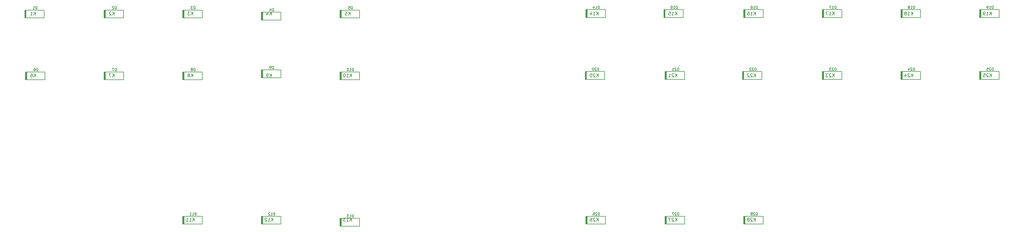
<source format=gbr>
G04 #@! TF.GenerationSoftware,KiCad,Pcbnew,7.0.11*
G04 #@! TF.CreationDate,2024-06-12T14:29:07-04:00*
G04 #@! TF.ProjectId,StenoBoard,5374656e-6f42-46f6-9172-642e6b696361,rev?*
G04 #@! TF.SameCoordinates,Original*
G04 #@! TF.FileFunction,Legend,Bot*
G04 #@! TF.FilePolarity,Positive*
%FSLAX46Y46*%
G04 Gerber Fmt 4.6, Leading zero omitted, Abs format (unit mm)*
G04 Created by KiCad (PCBNEW 7.0.11) date 2024-06-12 14:29:07*
%MOMM*%
%LPD*%
G01*
G04 APERTURE LIST*
%ADD10C,0.200000*%
%ADD11C,0.150000*%
G04 APERTURE END LIST*
D10*
X255294285Y-104810219D02*
X255294285Y-103810219D01*
X254722857Y-104810219D02*
X255151428Y-104238790D01*
X254722857Y-103810219D02*
X255294285Y-104381647D01*
X253770476Y-104810219D02*
X254341904Y-104810219D01*
X254056190Y-104810219D02*
X254056190Y-103810219D01*
X254056190Y-103810219D02*
X254151428Y-103953076D01*
X254151428Y-103953076D02*
X254246666Y-104048314D01*
X254246666Y-104048314D02*
X254341904Y-104095933D01*
X252865714Y-103810219D02*
X253341904Y-103810219D01*
X253341904Y-103810219D02*
X253389523Y-104286409D01*
X253389523Y-104286409D02*
X253341904Y-104238790D01*
X253341904Y-104238790D02*
X253246666Y-104191171D01*
X253246666Y-104191171D02*
X253008571Y-104191171D01*
X253008571Y-104191171D02*
X252913333Y-104238790D01*
X252913333Y-104238790D02*
X252865714Y-104286409D01*
X252865714Y-104286409D02*
X252818095Y-104381647D01*
X252818095Y-104381647D02*
X252818095Y-104619742D01*
X252818095Y-104619742D02*
X252865714Y-104714980D01*
X252865714Y-104714980D02*
X252913333Y-104762600D01*
X252913333Y-104762600D02*
X253008571Y-104810219D01*
X253008571Y-104810219D02*
X253246666Y-104810219D01*
X253246666Y-104810219D02*
X253341904Y-104762600D01*
X253341904Y-104762600D02*
X253389523Y-104714980D01*
X58523094Y-123860219D02*
X58523094Y-122860219D01*
X57951666Y-123860219D02*
X58380237Y-123288790D01*
X57951666Y-122860219D02*
X58523094Y-123431647D01*
X57094523Y-122860219D02*
X57284999Y-122860219D01*
X57284999Y-122860219D02*
X57380237Y-122907838D01*
X57380237Y-122907838D02*
X57427856Y-122955457D01*
X57427856Y-122955457D02*
X57523094Y-123098314D01*
X57523094Y-123098314D02*
X57570713Y-123288790D01*
X57570713Y-123288790D02*
X57570713Y-123669742D01*
X57570713Y-123669742D02*
X57523094Y-123764980D01*
X57523094Y-123764980D02*
X57475475Y-123812600D01*
X57475475Y-123812600D02*
X57380237Y-123860219D01*
X57380237Y-123860219D02*
X57189761Y-123860219D01*
X57189761Y-123860219D02*
X57094523Y-123812600D01*
X57094523Y-123812600D02*
X57046904Y-123764980D01*
X57046904Y-123764980D02*
X56999285Y-123669742D01*
X56999285Y-123669742D02*
X56999285Y-123431647D01*
X56999285Y-123431647D02*
X57046904Y-123336409D01*
X57046904Y-123336409D02*
X57094523Y-123288790D01*
X57094523Y-123288790D02*
X57189761Y-123241171D01*
X57189761Y-123241171D02*
X57380237Y-123241171D01*
X57380237Y-123241171D02*
X57475475Y-123288790D01*
X57475475Y-123288790D02*
X57523094Y-123336409D01*
X57523094Y-123336409D02*
X57570713Y-123431647D01*
X231164285Y-168310219D02*
X231164285Y-167310219D01*
X230592857Y-168310219D02*
X231021428Y-167738790D01*
X230592857Y-167310219D02*
X231164285Y-167881647D01*
X230211904Y-167405457D02*
X230164285Y-167357838D01*
X230164285Y-167357838D02*
X230069047Y-167310219D01*
X230069047Y-167310219D02*
X229830952Y-167310219D01*
X229830952Y-167310219D02*
X229735714Y-167357838D01*
X229735714Y-167357838D02*
X229688095Y-167405457D01*
X229688095Y-167405457D02*
X229640476Y-167500695D01*
X229640476Y-167500695D02*
X229640476Y-167595933D01*
X229640476Y-167595933D02*
X229688095Y-167738790D01*
X229688095Y-167738790D02*
X230259523Y-168310219D01*
X230259523Y-168310219D02*
X229640476Y-168310219D01*
X228783333Y-167310219D02*
X228973809Y-167310219D01*
X228973809Y-167310219D02*
X229069047Y-167357838D01*
X229069047Y-167357838D02*
X229116666Y-167405457D01*
X229116666Y-167405457D02*
X229211904Y-167548314D01*
X229211904Y-167548314D02*
X229259523Y-167738790D01*
X229259523Y-167738790D02*
X229259523Y-168119742D01*
X229259523Y-168119742D02*
X229211904Y-168214980D01*
X229211904Y-168214980D02*
X229164285Y-168262600D01*
X229164285Y-168262600D02*
X229069047Y-168310219D01*
X229069047Y-168310219D02*
X228878571Y-168310219D01*
X228878571Y-168310219D02*
X228783333Y-168262600D01*
X228783333Y-168262600D02*
X228735714Y-168214980D01*
X228735714Y-168214980D02*
X228688095Y-168119742D01*
X228688095Y-168119742D02*
X228688095Y-167881647D01*
X228688095Y-167881647D02*
X228735714Y-167786409D01*
X228735714Y-167786409D02*
X228783333Y-167738790D01*
X228783333Y-167738790D02*
X228878571Y-167691171D01*
X228878571Y-167691171D02*
X229069047Y-167691171D01*
X229069047Y-167691171D02*
X229164285Y-167738790D01*
X229164285Y-167738790D02*
X229211904Y-167786409D01*
X229211904Y-167786409D02*
X229259523Y-167881647D01*
X351814285Y-123860219D02*
X351814285Y-122860219D01*
X351242857Y-123860219D02*
X351671428Y-123288790D01*
X351242857Y-122860219D02*
X351814285Y-123431647D01*
X350861904Y-122955457D02*
X350814285Y-122907838D01*
X350814285Y-122907838D02*
X350719047Y-122860219D01*
X350719047Y-122860219D02*
X350480952Y-122860219D01*
X350480952Y-122860219D02*
X350385714Y-122907838D01*
X350385714Y-122907838D02*
X350338095Y-122955457D01*
X350338095Y-122955457D02*
X350290476Y-123050695D01*
X350290476Y-123050695D02*
X350290476Y-123145933D01*
X350290476Y-123145933D02*
X350338095Y-123288790D01*
X350338095Y-123288790D02*
X350909523Y-123860219D01*
X350909523Y-123860219D02*
X350290476Y-123860219D01*
X349385714Y-122860219D02*
X349861904Y-122860219D01*
X349861904Y-122860219D02*
X349909523Y-123336409D01*
X349909523Y-123336409D02*
X349861904Y-123288790D01*
X349861904Y-123288790D02*
X349766666Y-123241171D01*
X349766666Y-123241171D02*
X349528571Y-123241171D01*
X349528571Y-123241171D02*
X349433333Y-123288790D01*
X349433333Y-123288790D02*
X349385714Y-123336409D01*
X349385714Y-123336409D02*
X349338095Y-123431647D01*
X349338095Y-123431647D02*
X349338095Y-123669742D01*
X349338095Y-123669742D02*
X349385714Y-123764980D01*
X349385714Y-123764980D02*
X349433333Y-123812600D01*
X349433333Y-123812600D02*
X349528571Y-123860219D01*
X349528571Y-123860219D02*
X349766666Y-123860219D01*
X349766666Y-123860219D02*
X349861904Y-123812600D01*
X349861904Y-123812600D02*
X349909523Y-123764980D01*
X303554285Y-104810219D02*
X303554285Y-103810219D01*
X302982857Y-104810219D02*
X303411428Y-104238790D01*
X302982857Y-103810219D02*
X303554285Y-104381647D01*
X302030476Y-104810219D02*
X302601904Y-104810219D01*
X302316190Y-104810219D02*
X302316190Y-103810219D01*
X302316190Y-103810219D02*
X302411428Y-103953076D01*
X302411428Y-103953076D02*
X302506666Y-104048314D01*
X302506666Y-104048314D02*
X302601904Y-104095933D01*
X301697142Y-103810219D02*
X301030476Y-103810219D01*
X301030476Y-103810219D02*
X301459047Y-104810219D01*
X255294285Y-168310219D02*
X255294285Y-167310219D01*
X254722857Y-168310219D02*
X255151428Y-167738790D01*
X254722857Y-167310219D02*
X255294285Y-167881647D01*
X254341904Y-167405457D02*
X254294285Y-167357838D01*
X254294285Y-167357838D02*
X254199047Y-167310219D01*
X254199047Y-167310219D02*
X253960952Y-167310219D01*
X253960952Y-167310219D02*
X253865714Y-167357838D01*
X253865714Y-167357838D02*
X253818095Y-167405457D01*
X253818095Y-167405457D02*
X253770476Y-167500695D01*
X253770476Y-167500695D02*
X253770476Y-167595933D01*
X253770476Y-167595933D02*
X253818095Y-167738790D01*
X253818095Y-167738790D02*
X254389523Y-168310219D01*
X254389523Y-168310219D02*
X253770476Y-168310219D01*
X253437142Y-167310219D02*
X252770476Y-167310219D01*
X252770476Y-167310219D02*
X253199047Y-168310219D01*
X327684285Y-104810219D02*
X327684285Y-103810219D01*
X327112857Y-104810219D02*
X327541428Y-104238790D01*
X327112857Y-103810219D02*
X327684285Y-104381647D01*
X326160476Y-104810219D02*
X326731904Y-104810219D01*
X326446190Y-104810219D02*
X326446190Y-103810219D01*
X326446190Y-103810219D02*
X326541428Y-103953076D01*
X326541428Y-103953076D02*
X326636666Y-104048314D01*
X326636666Y-104048314D02*
X326731904Y-104095933D01*
X325589047Y-104238790D02*
X325684285Y-104191171D01*
X325684285Y-104191171D02*
X325731904Y-104143552D01*
X325731904Y-104143552D02*
X325779523Y-104048314D01*
X325779523Y-104048314D02*
X325779523Y-104000695D01*
X325779523Y-104000695D02*
X325731904Y-103905457D01*
X325731904Y-103905457D02*
X325684285Y-103857838D01*
X325684285Y-103857838D02*
X325589047Y-103810219D01*
X325589047Y-103810219D02*
X325398571Y-103810219D01*
X325398571Y-103810219D02*
X325303333Y-103857838D01*
X325303333Y-103857838D02*
X325255714Y-103905457D01*
X325255714Y-103905457D02*
X325208095Y-104000695D01*
X325208095Y-104000695D02*
X325208095Y-104048314D01*
X325208095Y-104048314D02*
X325255714Y-104143552D01*
X325255714Y-104143552D02*
X325303333Y-104191171D01*
X325303333Y-104191171D02*
X325398571Y-104238790D01*
X325398571Y-104238790D02*
X325589047Y-104238790D01*
X325589047Y-104238790D02*
X325684285Y-104286409D01*
X325684285Y-104286409D02*
X325731904Y-104334028D01*
X325731904Y-104334028D02*
X325779523Y-104429266D01*
X325779523Y-104429266D02*
X325779523Y-104619742D01*
X325779523Y-104619742D02*
X325731904Y-104714980D01*
X325731904Y-104714980D02*
X325684285Y-104762600D01*
X325684285Y-104762600D02*
X325589047Y-104810219D01*
X325589047Y-104810219D02*
X325398571Y-104810219D01*
X325398571Y-104810219D02*
X325303333Y-104762600D01*
X325303333Y-104762600D02*
X325255714Y-104714980D01*
X325255714Y-104714980D02*
X325208095Y-104619742D01*
X325208095Y-104619742D02*
X325208095Y-104429266D01*
X325208095Y-104429266D02*
X325255714Y-104334028D01*
X325255714Y-104334028D02*
X325303333Y-104286409D01*
X325303333Y-104286409D02*
X325398571Y-104238790D01*
X130913094Y-104810219D02*
X130913094Y-103810219D01*
X130341666Y-104810219D02*
X130770237Y-104238790D01*
X130341666Y-103810219D02*
X130913094Y-104381647D01*
X129484523Y-104143552D02*
X129484523Y-104810219D01*
X129722618Y-103762600D02*
X129960713Y-104476885D01*
X129960713Y-104476885D02*
X129341666Y-104476885D01*
X255294285Y-123860219D02*
X255294285Y-122860219D01*
X254722857Y-123860219D02*
X255151428Y-123288790D01*
X254722857Y-122860219D02*
X255294285Y-123431647D01*
X254341904Y-122955457D02*
X254294285Y-122907838D01*
X254294285Y-122907838D02*
X254199047Y-122860219D01*
X254199047Y-122860219D02*
X253960952Y-122860219D01*
X253960952Y-122860219D02*
X253865714Y-122907838D01*
X253865714Y-122907838D02*
X253818095Y-122955457D01*
X253818095Y-122955457D02*
X253770476Y-123050695D01*
X253770476Y-123050695D02*
X253770476Y-123145933D01*
X253770476Y-123145933D02*
X253818095Y-123288790D01*
X253818095Y-123288790D02*
X254389523Y-123860219D01*
X254389523Y-123860219D02*
X253770476Y-123860219D01*
X252818095Y-123860219D02*
X253389523Y-123860219D01*
X253103809Y-123860219D02*
X253103809Y-122860219D01*
X253103809Y-122860219D02*
X253199047Y-123003076D01*
X253199047Y-123003076D02*
X253294285Y-123098314D01*
X253294285Y-123098314D02*
X253389523Y-123145933D01*
X106783094Y-123860219D02*
X106783094Y-122860219D01*
X106211666Y-123860219D02*
X106640237Y-123288790D01*
X106211666Y-122860219D02*
X106783094Y-123431647D01*
X105640237Y-123288790D02*
X105735475Y-123241171D01*
X105735475Y-123241171D02*
X105783094Y-123193552D01*
X105783094Y-123193552D02*
X105830713Y-123098314D01*
X105830713Y-123098314D02*
X105830713Y-123050695D01*
X105830713Y-123050695D02*
X105783094Y-122955457D01*
X105783094Y-122955457D02*
X105735475Y-122907838D01*
X105735475Y-122907838D02*
X105640237Y-122860219D01*
X105640237Y-122860219D02*
X105449761Y-122860219D01*
X105449761Y-122860219D02*
X105354523Y-122907838D01*
X105354523Y-122907838D02*
X105306904Y-122955457D01*
X105306904Y-122955457D02*
X105259285Y-123050695D01*
X105259285Y-123050695D02*
X105259285Y-123098314D01*
X105259285Y-123098314D02*
X105306904Y-123193552D01*
X105306904Y-123193552D02*
X105354523Y-123241171D01*
X105354523Y-123241171D02*
X105449761Y-123288790D01*
X105449761Y-123288790D02*
X105640237Y-123288790D01*
X105640237Y-123288790D02*
X105735475Y-123336409D01*
X105735475Y-123336409D02*
X105783094Y-123384028D01*
X105783094Y-123384028D02*
X105830713Y-123479266D01*
X105830713Y-123479266D02*
X105830713Y-123669742D01*
X105830713Y-123669742D02*
X105783094Y-123764980D01*
X105783094Y-123764980D02*
X105735475Y-123812600D01*
X105735475Y-123812600D02*
X105640237Y-123860219D01*
X105640237Y-123860219D02*
X105449761Y-123860219D01*
X105449761Y-123860219D02*
X105354523Y-123812600D01*
X105354523Y-123812600D02*
X105306904Y-123764980D01*
X105306904Y-123764980D02*
X105259285Y-123669742D01*
X105259285Y-123669742D02*
X105259285Y-123479266D01*
X105259285Y-123479266D02*
X105306904Y-123384028D01*
X105306904Y-123384028D02*
X105354523Y-123336409D01*
X105354523Y-123336409D02*
X105449761Y-123288790D01*
X131389285Y-168310219D02*
X131389285Y-167310219D01*
X130817857Y-168310219D02*
X131246428Y-167738790D01*
X130817857Y-167310219D02*
X131389285Y-167881647D01*
X129865476Y-168310219D02*
X130436904Y-168310219D01*
X130151190Y-168310219D02*
X130151190Y-167310219D01*
X130151190Y-167310219D02*
X130246428Y-167453076D01*
X130246428Y-167453076D02*
X130341666Y-167548314D01*
X130341666Y-167548314D02*
X130436904Y-167595933D01*
X129484523Y-167405457D02*
X129436904Y-167357838D01*
X129436904Y-167357838D02*
X129341666Y-167310219D01*
X129341666Y-167310219D02*
X129103571Y-167310219D01*
X129103571Y-167310219D02*
X129008333Y-167357838D01*
X129008333Y-167357838D02*
X128960714Y-167405457D01*
X128960714Y-167405457D02*
X128913095Y-167500695D01*
X128913095Y-167500695D02*
X128913095Y-167595933D01*
X128913095Y-167595933D02*
X128960714Y-167738790D01*
X128960714Y-167738790D02*
X129532142Y-168310219D01*
X129532142Y-168310219D02*
X128913095Y-168310219D01*
X106783094Y-104810219D02*
X106783094Y-103810219D01*
X106211666Y-104810219D02*
X106640237Y-104238790D01*
X106211666Y-103810219D02*
X106783094Y-104381647D01*
X105878332Y-103810219D02*
X105259285Y-103810219D01*
X105259285Y-103810219D02*
X105592618Y-104191171D01*
X105592618Y-104191171D02*
X105449761Y-104191171D01*
X105449761Y-104191171D02*
X105354523Y-104238790D01*
X105354523Y-104238790D02*
X105306904Y-104286409D01*
X105306904Y-104286409D02*
X105259285Y-104381647D01*
X105259285Y-104381647D02*
X105259285Y-104619742D01*
X105259285Y-104619742D02*
X105306904Y-104714980D01*
X105306904Y-104714980D02*
X105354523Y-104762600D01*
X105354523Y-104762600D02*
X105449761Y-104810219D01*
X105449761Y-104810219D02*
X105735475Y-104810219D01*
X105735475Y-104810219D02*
X105830713Y-104762600D01*
X105830713Y-104762600D02*
X105878332Y-104714980D01*
X279424285Y-123860219D02*
X279424285Y-122860219D01*
X278852857Y-123860219D02*
X279281428Y-123288790D01*
X278852857Y-122860219D02*
X279424285Y-123431647D01*
X278471904Y-122955457D02*
X278424285Y-122907838D01*
X278424285Y-122907838D02*
X278329047Y-122860219D01*
X278329047Y-122860219D02*
X278090952Y-122860219D01*
X278090952Y-122860219D02*
X277995714Y-122907838D01*
X277995714Y-122907838D02*
X277948095Y-122955457D01*
X277948095Y-122955457D02*
X277900476Y-123050695D01*
X277900476Y-123050695D02*
X277900476Y-123145933D01*
X277900476Y-123145933D02*
X277948095Y-123288790D01*
X277948095Y-123288790D02*
X278519523Y-123860219D01*
X278519523Y-123860219D02*
X277900476Y-123860219D01*
X277519523Y-122955457D02*
X277471904Y-122907838D01*
X277471904Y-122907838D02*
X277376666Y-122860219D01*
X277376666Y-122860219D02*
X277138571Y-122860219D01*
X277138571Y-122860219D02*
X277043333Y-122907838D01*
X277043333Y-122907838D02*
X276995714Y-122955457D01*
X276995714Y-122955457D02*
X276948095Y-123050695D01*
X276948095Y-123050695D02*
X276948095Y-123145933D01*
X276948095Y-123145933D02*
X276995714Y-123288790D01*
X276995714Y-123288790D02*
X277567142Y-123860219D01*
X277567142Y-123860219D02*
X276948095Y-123860219D01*
X58523094Y-104810219D02*
X58523094Y-103810219D01*
X57951666Y-104810219D02*
X58380237Y-104238790D01*
X57951666Y-103810219D02*
X58523094Y-104381647D01*
X56999285Y-104810219D02*
X57570713Y-104810219D01*
X57284999Y-104810219D02*
X57284999Y-103810219D01*
X57284999Y-103810219D02*
X57380237Y-103953076D01*
X57380237Y-103953076D02*
X57475475Y-104048314D01*
X57475475Y-104048314D02*
X57570713Y-104095933D01*
X231164285Y-123860219D02*
X231164285Y-122860219D01*
X230592857Y-123860219D02*
X231021428Y-123288790D01*
X230592857Y-122860219D02*
X231164285Y-123431647D01*
X230211904Y-122955457D02*
X230164285Y-122907838D01*
X230164285Y-122907838D02*
X230069047Y-122860219D01*
X230069047Y-122860219D02*
X229830952Y-122860219D01*
X229830952Y-122860219D02*
X229735714Y-122907838D01*
X229735714Y-122907838D02*
X229688095Y-122955457D01*
X229688095Y-122955457D02*
X229640476Y-123050695D01*
X229640476Y-123050695D02*
X229640476Y-123145933D01*
X229640476Y-123145933D02*
X229688095Y-123288790D01*
X229688095Y-123288790D02*
X230259523Y-123860219D01*
X230259523Y-123860219D02*
X229640476Y-123860219D01*
X229021428Y-122860219D02*
X228926190Y-122860219D01*
X228926190Y-122860219D02*
X228830952Y-122907838D01*
X228830952Y-122907838D02*
X228783333Y-122955457D01*
X228783333Y-122955457D02*
X228735714Y-123050695D01*
X228735714Y-123050695D02*
X228688095Y-123241171D01*
X228688095Y-123241171D02*
X228688095Y-123479266D01*
X228688095Y-123479266D02*
X228735714Y-123669742D01*
X228735714Y-123669742D02*
X228783333Y-123764980D01*
X228783333Y-123764980D02*
X228830952Y-123812600D01*
X228830952Y-123812600D02*
X228926190Y-123860219D01*
X228926190Y-123860219D02*
X229021428Y-123860219D01*
X229021428Y-123860219D02*
X229116666Y-123812600D01*
X229116666Y-123812600D02*
X229164285Y-123764980D01*
X229164285Y-123764980D02*
X229211904Y-123669742D01*
X229211904Y-123669742D02*
X229259523Y-123479266D01*
X229259523Y-123479266D02*
X229259523Y-123241171D01*
X229259523Y-123241171D02*
X229211904Y-123050695D01*
X229211904Y-123050695D02*
X229164285Y-122955457D01*
X229164285Y-122955457D02*
X229116666Y-122907838D01*
X229116666Y-122907838D02*
X229021428Y-122860219D01*
X327684285Y-123860219D02*
X327684285Y-122860219D01*
X327112857Y-123860219D02*
X327541428Y-123288790D01*
X327112857Y-122860219D02*
X327684285Y-123431647D01*
X326731904Y-122955457D02*
X326684285Y-122907838D01*
X326684285Y-122907838D02*
X326589047Y-122860219D01*
X326589047Y-122860219D02*
X326350952Y-122860219D01*
X326350952Y-122860219D02*
X326255714Y-122907838D01*
X326255714Y-122907838D02*
X326208095Y-122955457D01*
X326208095Y-122955457D02*
X326160476Y-123050695D01*
X326160476Y-123050695D02*
X326160476Y-123145933D01*
X326160476Y-123145933D02*
X326208095Y-123288790D01*
X326208095Y-123288790D02*
X326779523Y-123860219D01*
X326779523Y-123860219D02*
X326160476Y-123860219D01*
X325303333Y-123193552D02*
X325303333Y-123860219D01*
X325541428Y-122812600D02*
X325779523Y-123526885D01*
X325779523Y-123526885D02*
X325160476Y-123526885D01*
X351814285Y-104810219D02*
X351814285Y-103810219D01*
X351242857Y-104810219D02*
X351671428Y-104238790D01*
X351242857Y-103810219D02*
X351814285Y-104381647D01*
X350290476Y-104810219D02*
X350861904Y-104810219D01*
X350576190Y-104810219D02*
X350576190Y-103810219D01*
X350576190Y-103810219D02*
X350671428Y-103953076D01*
X350671428Y-103953076D02*
X350766666Y-104048314D01*
X350766666Y-104048314D02*
X350861904Y-104095933D01*
X349814285Y-104810219D02*
X349623809Y-104810219D01*
X349623809Y-104810219D02*
X349528571Y-104762600D01*
X349528571Y-104762600D02*
X349480952Y-104714980D01*
X349480952Y-104714980D02*
X349385714Y-104572123D01*
X349385714Y-104572123D02*
X349338095Y-104381647D01*
X349338095Y-104381647D02*
X349338095Y-104000695D01*
X349338095Y-104000695D02*
X349385714Y-103905457D01*
X349385714Y-103905457D02*
X349433333Y-103857838D01*
X349433333Y-103857838D02*
X349528571Y-103810219D01*
X349528571Y-103810219D02*
X349719047Y-103810219D01*
X349719047Y-103810219D02*
X349814285Y-103857838D01*
X349814285Y-103857838D02*
X349861904Y-103905457D01*
X349861904Y-103905457D02*
X349909523Y-104000695D01*
X349909523Y-104000695D02*
X349909523Y-104238790D01*
X349909523Y-104238790D02*
X349861904Y-104334028D01*
X349861904Y-104334028D02*
X349814285Y-104381647D01*
X349814285Y-104381647D02*
X349719047Y-104429266D01*
X349719047Y-104429266D02*
X349528571Y-104429266D01*
X349528571Y-104429266D02*
X349433333Y-104381647D01*
X349433333Y-104381647D02*
X349385714Y-104334028D01*
X349385714Y-104334028D02*
X349338095Y-104238790D01*
X303554285Y-123860219D02*
X303554285Y-122860219D01*
X302982857Y-123860219D02*
X303411428Y-123288790D01*
X302982857Y-122860219D02*
X303554285Y-123431647D01*
X302601904Y-122955457D02*
X302554285Y-122907838D01*
X302554285Y-122907838D02*
X302459047Y-122860219D01*
X302459047Y-122860219D02*
X302220952Y-122860219D01*
X302220952Y-122860219D02*
X302125714Y-122907838D01*
X302125714Y-122907838D02*
X302078095Y-122955457D01*
X302078095Y-122955457D02*
X302030476Y-123050695D01*
X302030476Y-123050695D02*
X302030476Y-123145933D01*
X302030476Y-123145933D02*
X302078095Y-123288790D01*
X302078095Y-123288790D02*
X302649523Y-123860219D01*
X302649523Y-123860219D02*
X302030476Y-123860219D01*
X301697142Y-122860219D02*
X301078095Y-122860219D01*
X301078095Y-122860219D02*
X301411428Y-123241171D01*
X301411428Y-123241171D02*
X301268571Y-123241171D01*
X301268571Y-123241171D02*
X301173333Y-123288790D01*
X301173333Y-123288790D02*
X301125714Y-123336409D01*
X301125714Y-123336409D02*
X301078095Y-123431647D01*
X301078095Y-123431647D02*
X301078095Y-123669742D01*
X301078095Y-123669742D02*
X301125714Y-123764980D01*
X301125714Y-123764980D02*
X301173333Y-123812600D01*
X301173333Y-123812600D02*
X301268571Y-123860219D01*
X301268571Y-123860219D02*
X301554285Y-123860219D01*
X301554285Y-123860219D02*
X301649523Y-123812600D01*
X301649523Y-123812600D02*
X301697142Y-123764980D01*
X155043094Y-104810219D02*
X155043094Y-103810219D01*
X154471666Y-104810219D02*
X154900237Y-104238790D01*
X154471666Y-103810219D02*
X155043094Y-104381647D01*
X153566904Y-103810219D02*
X154043094Y-103810219D01*
X154043094Y-103810219D02*
X154090713Y-104286409D01*
X154090713Y-104286409D02*
X154043094Y-104238790D01*
X154043094Y-104238790D02*
X153947856Y-104191171D01*
X153947856Y-104191171D02*
X153709761Y-104191171D01*
X153709761Y-104191171D02*
X153614523Y-104238790D01*
X153614523Y-104238790D02*
X153566904Y-104286409D01*
X153566904Y-104286409D02*
X153519285Y-104381647D01*
X153519285Y-104381647D02*
X153519285Y-104619742D01*
X153519285Y-104619742D02*
X153566904Y-104714980D01*
X153566904Y-104714980D02*
X153614523Y-104762600D01*
X153614523Y-104762600D02*
X153709761Y-104810219D01*
X153709761Y-104810219D02*
X153947856Y-104810219D01*
X153947856Y-104810219D02*
X154043094Y-104762600D01*
X154043094Y-104762600D02*
X154090713Y-104714980D01*
X130913094Y-123860219D02*
X130913094Y-122860219D01*
X130341666Y-123860219D02*
X130770237Y-123288790D01*
X130341666Y-122860219D02*
X130913094Y-123431647D01*
X129865475Y-123860219D02*
X129674999Y-123860219D01*
X129674999Y-123860219D02*
X129579761Y-123812600D01*
X129579761Y-123812600D02*
X129532142Y-123764980D01*
X129532142Y-123764980D02*
X129436904Y-123622123D01*
X129436904Y-123622123D02*
X129389285Y-123431647D01*
X129389285Y-123431647D02*
X129389285Y-123050695D01*
X129389285Y-123050695D02*
X129436904Y-122955457D01*
X129436904Y-122955457D02*
X129484523Y-122907838D01*
X129484523Y-122907838D02*
X129579761Y-122860219D01*
X129579761Y-122860219D02*
X129770237Y-122860219D01*
X129770237Y-122860219D02*
X129865475Y-122907838D01*
X129865475Y-122907838D02*
X129913094Y-122955457D01*
X129913094Y-122955457D02*
X129960713Y-123050695D01*
X129960713Y-123050695D02*
X129960713Y-123288790D01*
X129960713Y-123288790D02*
X129913094Y-123384028D01*
X129913094Y-123384028D02*
X129865475Y-123431647D01*
X129865475Y-123431647D02*
X129770237Y-123479266D01*
X129770237Y-123479266D02*
X129579761Y-123479266D01*
X129579761Y-123479266D02*
X129484523Y-123431647D01*
X129484523Y-123431647D02*
X129436904Y-123384028D01*
X129436904Y-123384028D02*
X129389285Y-123288790D01*
X82653094Y-123860219D02*
X82653094Y-122860219D01*
X82081666Y-123860219D02*
X82510237Y-123288790D01*
X82081666Y-122860219D02*
X82653094Y-123431647D01*
X81748332Y-122860219D02*
X81081666Y-122860219D01*
X81081666Y-122860219D02*
X81510237Y-123860219D01*
X82653094Y-104810219D02*
X82653094Y-103810219D01*
X82081666Y-104810219D02*
X82510237Y-104238790D01*
X82081666Y-103810219D02*
X82653094Y-104381647D01*
X81700713Y-103905457D02*
X81653094Y-103857838D01*
X81653094Y-103857838D02*
X81557856Y-103810219D01*
X81557856Y-103810219D02*
X81319761Y-103810219D01*
X81319761Y-103810219D02*
X81224523Y-103857838D01*
X81224523Y-103857838D02*
X81176904Y-103905457D01*
X81176904Y-103905457D02*
X81129285Y-104000695D01*
X81129285Y-104000695D02*
X81129285Y-104095933D01*
X81129285Y-104095933D02*
X81176904Y-104238790D01*
X81176904Y-104238790D02*
X81748332Y-104810219D01*
X81748332Y-104810219D02*
X81129285Y-104810219D01*
X155519285Y-168310219D02*
X155519285Y-167310219D01*
X154947857Y-168310219D02*
X155376428Y-167738790D01*
X154947857Y-167310219D02*
X155519285Y-167881647D01*
X153995476Y-168310219D02*
X154566904Y-168310219D01*
X154281190Y-168310219D02*
X154281190Y-167310219D01*
X154281190Y-167310219D02*
X154376428Y-167453076D01*
X154376428Y-167453076D02*
X154471666Y-167548314D01*
X154471666Y-167548314D02*
X154566904Y-167595933D01*
X153662142Y-167310219D02*
X153043095Y-167310219D01*
X153043095Y-167310219D02*
X153376428Y-167691171D01*
X153376428Y-167691171D02*
X153233571Y-167691171D01*
X153233571Y-167691171D02*
X153138333Y-167738790D01*
X153138333Y-167738790D02*
X153090714Y-167786409D01*
X153090714Y-167786409D02*
X153043095Y-167881647D01*
X153043095Y-167881647D02*
X153043095Y-168119742D01*
X153043095Y-168119742D02*
X153090714Y-168214980D01*
X153090714Y-168214980D02*
X153138333Y-168262600D01*
X153138333Y-168262600D02*
X153233571Y-168310219D01*
X153233571Y-168310219D02*
X153519285Y-168310219D01*
X153519285Y-168310219D02*
X153614523Y-168262600D01*
X153614523Y-168262600D02*
X153662142Y-168214980D01*
X231164285Y-104810219D02*
X231164285Y-103810219D01*
X230592857Y-104810219D02*
X231021428Y-104238790D01*
X230592857Y-103810219D02*
X231164285Y-104381647D01*
X229640476Y-104810219D02*
X230211904Y-104810219D01*
X229926190Y-104810219D02*
X229926190Y-103810219D01*
X229926190Y-103810219D02*
X230021428Y-103953076D01*
X230021428Y-103953076D02*
X230116666Y-104048314D01*
X230116666Y-104048314D02*
X230211904Y-104095933D01*
X228783333Y-104143552D02*
X228783333Y-104810219D01*
X229021428Y-103762600D02*
X229259523Y-104476885D01*
X229259523Y-104476885D02*
X228640476Y-104476885D01*
X107259285Y-168310219D02*
X107259285Y-167310219D01*
X106687857Y-168310219D02*
X107116428Y-167738790D01*
X106687857Y-167310219D02*
X107259285Y-167881647D01*
X105735476Y-168310219D02*
X106306904Y-168310219D01*
X106021190Y-168310219D02*
X106021190Y-167310219D01*
X106021190Y-167310219D02*
X106116428Y-167453076D01*
X106116428Y-167453076D02*
X106211666Y-167548314D01*
X106211666Y-167548314D02*
X106306904Y-167595933D01*
X104783095Y-168310219D02*
X105354523Y-168310219D01*
X105068809Y-168310219D02*
X105068809Y-167310219D01*
X105068809Y-167310219D02*
X105164047Y-167453076D01*
X105164047Y-167453076D02*
X105259285Y-167548314D01*
X105259285Y-167548314D02*
X105354523Y-167595933D01*
X279424285Y-104810219D02*
X279424285Y-103810219D01*
X278852857Y-104810219D02*
X279281428Y-104238790D01*
X278852857Y-103810219D02*
X279424285Y-104381647D01*
X277900476Y-104810219D02*
X278471904Y-104810219D01*
X278186190Y-104810219D02*
X278186190Y-103810219D01*
X278186190Y-103810219D02*
X278281428Y-103953076D01*
X278281428Y-103953076D02*
X278376666Y-104048314D01*
X278376666Y-104048314D02*
X278471904Y-104095933D01*
X277043333Y-103810219D02*
X277233809Y-103810219D01*
X277233809Y-103810219D02*
X277329047Y-103857838D01*
X277329047Y-103857838D02*
X277376666Y-103905457D01*
X277376666Y-103905457D02*
X277471904Y-104048314D01*
X277471904Y-104048314D02*
X277519523Y-104238790D01*
X277519523Y-104238790D02*
X277519523Y-104619742D01*
X277519523Y-104619742D02*
X277471904Y-104714980D01*
X277471904Y-104714980D02*
X277424285Y-104762600D01*
X277424285Y-104762600D02*
X277329047Y-104810219D01*
X277329047Y-104810219D02*
X277138571Y-104810219D01*
X277138571Y-104810219D02*
X277043333Y-104762600D01*
X277043333Y-104762600D02*
X276995714Y-104714980D01*
X276995714Y-104714980D02*
X276948095Y-104619742D01*
X276948095Y-104619742D02*
X276948095Y-104381647D01*
X276948095Y-104381647D02*
X276995714Y-104286409D01*
X276995714Y-104286409D02*
X277043333Y-104238790D01*
X277043333Y-104238790D02*
X277138571Y-104191171D01*
X277138571Y-104191171D02*
X277329047Y-104191171D01*
X277329047Y-104191171D02*
X277424285Y-104238790D01*
X277424285Y-104238790D02*
X277471904Y-104286409D01*
X277471904Y-104286409D02*
X277519523Y-104381647D01*
X279424285Y-168310219D02*
X279424285Y-167310219D01*
X278852857Y-168310219D02*
X279281428Y-167738790D01*
X278852857Y-167310219D02*
X279424285Y-167881647D01*
X278471904Y-167405457D02*
X278424285Y-167357838D01*
X278424285Y-167357838D02*
X278329047Y-167310219D01*
X278329047Y-167310219D02*
X278090952Y-167310219D01*
X278090952Y-167310219D02*
X277995714Y-167357838D01*
X277995714Y-167357838D02*
X277948095Y-167405457D01*
X277948095Y-167405457D02*
X277900476Y-167500695D01*
X277900476Y-167500695D02*
X277900476Y-167595933D01*
X277900476Y-167595933D02*
X277948095Y-167738790D01*
X277948095Y-167738790D02*
X278519523Y-168310219D01*
X278519523Y-168310219D02*
X277900476Y-168310219D01*
X277329047Y-167738790D02*
X277424285Y-167691171D01*
X277424285Y-167691171D02*
X277471904Y-167643552D01*
X277471904Y-167643552D02*
X277519523Y-167548314D01*
X277519523Y-167548314D02*
X277519523Y-167500695D01*
X277519523Y-167500695D02*
X277471904Y-167405457D01*
X277471904Y-167405457D02*
X277424285Y-167357838D01*
X277424285Y-167357838D02*
X277329047Y-167310219D01*
X277329047Y-167310219D02*
X277138571Y-167310219D01*
X277138571Y-167310219D02*
X277043333Y-167357838D01*
X277043333Y-167357838D02*
X276995714Y-167405457D01*
X276995714Y-167405457D02*
X276948095Y-167500695D01*
X276948095Y-167500695D02*
X276948095Y-167548314D01*
X276948095Y-167548314D02*
X276995714Y-167643552D01*
X276995714Y-167643552D02*
X277043333Y-167691171D01*
X277043333Y-167691171D02*
X277138571Y-167738790D01*
X277138571Y-167738790D02*
X277329047Y-167738790D01*
X277329047Y-167738790D02*
X277424285Y-167786409D01*
X277424285Y-167786409D02*
X277471904Y-167834028D01*
X277471904Y-167834028D02*
X277519523Y-167929266D01*
X277519523Y-167929266D02*
X277519523Y-168119742D01*
X277519523Y-168119742D02*
X277471904Y-168214980D01*
X277471904Y-168214980D02*
X277424285Y-168262600D01*
X277424285Y-168262600D02*
X277329047Y-168310219D01*
X277329047Y-168310219D02*
X277138571Y-168310219D01*
X277138571Y-168310219D02*
X277043333Y-168262600D01*
X277043333Y-168262600D02*
X276995714Y-168214980D01*
X276995714Y-168214980D02*
X276948095Y-168119742D01*
X276948095Y-168119742D02*
X276948095Y-167929266D01*
X276948095Y-167929266D02*
X276995714Y-167834028D01*
X276995714Y-167834028D02*
X277043333Y-167786409D01*
X277043333Y-167786409D02*
X277138571Y-167738790D01*
X155519285Y-123860219D02*
X155519285Y-122860219D01*
X154947857Y-123860219D02*
X155376428Y-123288790D01*
X154947857Y-122860219D02*
X155519285Y-123431647D01*
X153995476Y-123860219D02*
X154566904Y-123860219D01*
X154281190Y-123860219D02*
X154281190Y-122860219D01*
X154281190Y-122860219D02*
X154376428Y-123003076D01*
X154376428Y-123003076D02*
X154471666Y-123098314D01*
X154471666Y-123098314D02*
X154566904Y-123145933D01*
X153376428Y-122860219D02*
X153281190Y-122860219D01*
X153281190Y-122860219D02*
X153185952Y-122907838D01*
X153185952Y-122907838D02*
X153138333Y-122955457D01*
X153138333Y-122955457D02*
X153090714Y-123050695D01*
X153090714Y-123050695D02*
X153043095Y-123241171D01*
X153043095Y-123241171D02*
X153043095Y-123479266D01*
X153043095Y-123479266D02*
X153090714Y-123669742D01*
X153090714Y-123669742D02*
X153138333Y-123764980D01*
X153138333Y-123764980D02*
X153185952Y-123812600D01*
X153185952Y-123812600D02*
X153281190Y-123860219D01*
X153281190Y-123860219D02*
X153376428Y-123860219D01*
X153376428Y-123860219D02*
X153471666Y-123812600D01*
X153471666Y-123812600D02*
X153519285Y-123764980D01*
X153519285Y-123764980D02*
X153566904Y-123669742D01*
X153566904Y-123669742D02*
X153614523Y-123479266D01*
X153614523Y-123479266D02*
X153614523Y-123241171D01*
X153614523Y-123241171D02*
X153566904Y-123050695D01*
X153566904Y-123050695D02*
X153519285Y-122955457D01*
X153519285Y-122955457D02*
X153471666Y-122907838D01*
X153471666Y-122907838D02*
X153376428Y-122860219D01*
D11*
X107475475Y-121972295D02*
X107475475Y-121172295D01*
X107475475Y-121172295D02*
X107284999Y-121172295D01*
X107284999Y-121172295D02*
X107170713Y-121210390D01*
X107170713Y-121210390D02*
X107094523Y-121286580D01*
X107094523Y-121286580D02*
X107056428Y-121362771D01*
X107056428Y-121362771D02*
X107018332Y-121515152D01*
X107018332Y-121515152D02*
X107018332Y-121629438D01*
X107018332Y-121629438D02*
X107056428Y-121781819D01*
X107056428Y-121781819D02*
X107094523Y-121858009D01*
X107094523Y-121858009D02*
X107170713Y-121934200D01*
X107170713Y-121934200D02*
X107284999Y-121972295D01*
X107284999Y-121972295D02*
X107475475Y-121972295D01*
X106561190Y-121515152D02*
X106637380Y-121477057D01*
X106637380Y-121477057D02*
X106675475Y-121438961D01*
X106675475Y-121438961D02*
X106713571Y-121362771D01*
X106713571Y-121362771D02*
X106713571Y-121324676D01*
X106713571Y-121324676D02*
X106675475Y-121248485D01*
X106675475Y-121248485D02*
X106637380Y-121210390D01*
X106637380Y-121210390D02*
X106561190Y-121172295D01*
X106561190Y-121172295D02*
X106408809Y-121172295D01*
X106408809Y-121172295D02*
X106332618Y-121210390D01*
X106332618Y-121210390D02*
X106294523Y-121248485D01*
X106294523Y-121248485D02*
X106256428Y-121324676D01*
X106256428Y-121324676D02*
X106256428Y-121362771D01*
X106256428Y-121362771D02*
X106294523Y-121438961D01*
X106294523Y-121438961D02*
X106332618Y-121477057D01*
X106332618Y-121477057D02*
X106408809Y-121515152D01*
X106408809Y-121515152D02*
X106561190Y-121515152D01*
X106561190Y-121515152D02*
X106637380Y-121553247D01*
X106637380Y-121553247D02*
X106675475Y-121591342D01*
X106675475Y-121591342D02*
X106713571Y-121667533D01*
X106713571Y-121667533D02*
X106713571Y-121819914D01*
X106713571Y-121819914D02*
X106675475Y-121896104D01*
X106675475Y-121896104D02*
X106637380Y-121934200D01*
X106637380Y-121934200D02*
X106561190Y-121972295D01*
X106561190Y-121972295D02*
X106408809Y-121972295D01*
X106408809Y-121972295D02*
X106332618Y-121934200D01*
X106332618Y-121934200D02*
X106294523Y-121896104D01*
X106294523Y-121896104D02*
X106256428Y-121819914D01*
X106256428Y-121819914D02*
X106256428Y-121667533D01*
X106256428Y-121667533D02*
X106294523Y-121591342D01*
X106294523Y-121591342D02*
X106332618Y-121553247D01*
X106332618Y-121553247D02*
X106408809Y-121515152D01*
X280021428Y-102795295D02*
X280021428Y-101995295D01*
X280021428Y-101995295D02*
X279830952Y-101995295D01*
X279830952Y-101995295D02*
X279716666Y-102033390D01*
X279716666Y-102033390D02*
X279640476Y-102109580D01*
X279640476Y-102109580D02*
X279602381Y-102185771D01*
X279602381Y-102185771D02*
X279564285Y-102338152D01*
X279564285Y-102338152D02*
X279564285Y-102452438D01*
X279564285Y-102452438D02*
X279602381Y-102604819D01*
X279602381Y-102604819D02*
X279640476Y-102681009D01*
X279640476Y-102681009D02*
X279716666Y-102757200D01*
X279716666Y-102757200D02*
X279830952Y-102795295D01*
X279830952Y-102795295D02*
X280021428Y-102795295D01*
X278802381Y-102795295D02*
X279259524Y-102795295D01*
X279030952Y-102795295D02*
X279030952Y-101995295D01*
X279030952Y-101995295D02*
X279107143Y-102109580D01*
X279107143Y-102109580D02*
X279183333Y-102185771D01*
X279183333Y-102185771D02*
X279259524Y-102223866D01*
X278116666Y-101995295D02*
X278269047Y-101995295D01*
X278269047Y-101995295D02*
X278345238Y-102033390D01*
X278345238Y-102033390D02*
X278383333Y-102071485D01*
X278383333Y-102071485D02*
X278459523Y-102185771D01*
X278459523Y-102185771D02*
X278497619Y-102338152D01*
X278497619Y-102338152D02*
X278497619Y-102642914D01*
X278497619Y-102642914D02*
X278459523Y-102719104D01*
X278459523Y-102719104D02*
X278421428Y-102757200D01*
X278421428Y-102757200D02*
X278345238Y-102795295D01*
X278345238Y-102795295D02*
X278192857Y-102795295D01*
X278192857Y-102795295D02*
X278116666Y-102757200D01*
X278116666Y-102757200D02*
X278078571Y-102719104D01*
X278078571Y-102719104D02*
X278040476Y-102642914D01*
X278040476Y-102642914D02*
X278040476Y-102452438D01*
X278040476Y-102452438D02*
X278078571Y-102376247D01*
X278078571Y-102376247D02*
X278116666Y-102338152D01*
X278116666Y-102338152D02*
X278192857Y-102300057D01*
X278192857Y-102300057D02*
X278345238Y-102300057D01*
X278345238Y-102300057D02*
X278421428Y-102338152D01*
X278421428Y-102338152D02*
X278459523Y-102376247D01*
X278459523Y-102376247D02*
X278497619Y-102452438D01*
X255891428Y-166422295D02*
X255891428Y-165622295D01*
X255891428Y-165622295D02*
X255700952Y-165622295D01*
X255700952Y-165622295D02*
X255586666Y-165660390D01*
X255586666Y-165660390D02*
X255510476Y-165736580D01*
X255510476Y-165736580D02*
X255472381Y-165812771D01*
X255472381Y-165812771D02*
X255434285Y-165965152D01*
X255434285Y-165965152D02*
X255434285Y-166079438D01*
X255434285Y-166079438D02*
X255472381Y-166231819D01*
X255472381Y-166231819D02*
X255510476Y-166308009D01*
X255510476Y-166308009D02*
X255586666Y-166384200D01*
X255586666Y-166384200D02*
X255700952Y-166422295D01*
X255700952Y-166422295D02*
X255891428Y-166422295D01*
X255129524Y-165698485D02*
X255091428Y-165660390D01*
X255091428Y-165660390D02*
X255015238Y-165622295D01*
X255015238Y-165622295D02*
X254824762Y-165622295D01*
X254824762Y-165622295D02*
X254748571Y-165660390D01*
X254748571Y-165660390D02*
X254710476Y-165698485D01*
X254710476Y-165698485D02*
X254672381Y-165774676D01*
X254672381Y-165774676D02*
X254672381Y-165850866D01*
X254672381Y-165850866D02*
X254710476Y-165965152D01*
X254710476Y-165965152D02*
X255167619Y-166422295D01*
X255167619Y-166422295D02*
X254672381Y-166422295D01*
X254405714Y-165622295D02*
X253872380Y-165622295D01*
X253872380Y-165622295D02*
X254215238Y-166422295D01*
X231351428Y-121845295D02*
X231351428Y-121045295D01*
X231351428Y-121045295D02*
X231160952Y-121045295D01*
X231160952Y-121045295D02*
X231046666Y-121083390D01*
X231046666Y-121083390D02*
X230970476Y-121159580D01*
X230970476Y-121159580D02*
X230932381Y-121235771D01*
X230932381Y-121235771D02*
X230894285Y-121388152D01*
X230894285Y-121388152D02*
X230894285Y-121502438D01*
X230894285Y-121502438D02*
X230932381Y-121654819D01*
X230932381Y-121654819D02*
X230970476Y-121731009D01*
X230970476Y-121731009D02*
X231046666Y-121807200D01*
X231046666Y-121807200D02*
X231160952Y-121845295D01*
X231160952Y-121845295D02*
X231351428Y-121845295D01*
X230589524Y-121121485D02*
X230551428Y-121083390D01*
X230551428Y-121083390D02*
X230475238Y-121045295D01*
X230475238Y-121045295D02*
X230284762Y-121045295D01*
X230284762Y-121045295D02*
X230208571Y-121083390D01*
X230208571Y-121083390D02*
X230170476Y-121121485D01*
X230170476Y-121121485D02*
X230132381Y-121197676D01*
X230132381Y-121197676D02*
X230132381Y-121273866D01*
X230132381Y-121273866D02*
X230170476Y-121388152D01*
X230170476Y-121388152D02*
X230627619Y-121845295D01*
X230627619Y-121845295D02*
X230132381Y-121845295D01*
X229637142Y-121045295D02*
X229560952Y-121045295D01*
X229560952Y-121045295D02*
X229484761Y-121083390D01*
X229484761Y-121083390D02*
X229446666Y-121121485D01*
X229446666Y-121121485D02*
X229408571Y-121197676D01*
X229408571Y-121197676D02*
X229370476Y-121350057D01*
X229370476Y-121350057D02*
X229370476Y-121540533D01*
X229370476Y-121540533D02*
X229408571Y-121692914D01*
X229408571Y-121692914D02*
X229446666Y-121769104D01*
X229446666Y-121769104D02*
X229484761Y-121807200D01*
X229484761Y-121807200D02*
X229560952Y-121845295D01*
X229560952Y-121845295D02*
X229637142Y-121845295D01*
X229637142Y-121845295D02*
X229713333Y-121807200D01*
X229713333Y-121807200D02*
X229751428Y-121769104D01*
X229751428Y-121769104D02*
X229789523Y-121692914D01*
X229789523Y-121692914D02*
X229827619Y-121540533D01*
X229827619Y-121540533D02*
X229827619Y-121350057D01*
X229827619Y-121350057D02*
X229789523Y-121197676D01*
X229789523Y-121197676D02*
X229751428Y-121121485D01*
X229751428Y-121121485D02*
X229713333Y-121083390D01*
X229713333Y-121083390D02*
X229637142Y-121045295D01*
X59215475Y-121972295D02*
X59215475Y-121172295D01*
X59215475Y-121172295D02*
X59024999Y-121172295D01*
X59024999Y-121172295D02*
X58910713Y-121210390D01*
X58910713Y-121210390D02*
X58834523Y-121286580D01*
X58834523Y-121286580D02*
X58796428Y-121362771D01*
X58796428Y-121362771D02*
X58758332Y-121515152D01*
X58758332Y-121515152D02*
X58758332Y-121629438D01*
X58758332Y-121629438D02*
X58796428Y-121781819D01*
X58796428Y-121781819D02*
X58834523Y-121858009D01*
X58834523Y-121858009D02*
X58910713Y-121934200D01*
X58910713Y-121934200D02*
X59024999Y-121972295D01*
X59024999Y-121972295D02*
X59215475Y-121972295D01*
X58072618Y-121172295D02*
X58224999Y-121172295D01*
X58224999Y-121172295D02*
X58301190Y-121210390D01*
X58301190Y-121210390D02*
X58339285Y-121248485D01*
X58339285Y-121248485D02*
X58415475Y-121362771D01*
X58415475Y-121362771D02*
X58453571Y-121515152D01*
X58453571Y-121515152D02*
X58453571Y-121819914D01*
X58453571Y-121819914D02*
X58415475Y-121896104D01*
X58415475Y-121896104D02*
X58377380Y-121934200D01*
X58377380Y-121934200D02*
X58301190Y-121972295D01*
X58301190Y-121972295D02*
X58148809Y-121972295D01*
X58148809Y-121972295D02*
X58072618Y-121934200D01*
X58072618Y-121934200D02*
X58034523Y-121896104D01*
X58034523Y-121896104D02*
X57996428Y-121819914D01*
X57996428Y-121819914D02*
X57996428Y-121629438D01*
X57996428Y-121629438D02*
X58034523Y-121553247D01*
X58034523Y-121553247D02*
X58072618Y-121515152D01*
X58072618Y-121515152D02*
X58148809Y-121477057D01*
X58148809Y-121477057D02*
X58301190Y-121477057D01*
X58301190Y-121477057D02*
X58377380Y-121515152D01*
X58377380Y-121515152D02*
X58415475Y-121553247D01*
X58415475Y-121553247D02*
X58453571Y-121629438D01*
X107856428Y-166422295D02*
X107856428Y-165622295D01*
X107856428Y-165622295D02*
X107665952Y-165622295D01*
X107665952Y-165622295D02*
X107551666Y-165660390D01*
X107551666Y-165660390D02*
X107475476Y-165736580D01*
X107475476Y-165736580D02*
X107437381Y-165812771D01*
X107437381Y-165812771D02*
X107399285Y-165965152D01*
X107399285Y-165965152D02*
X107399285Y-166079438D01*
X107399285Y-166079438D02*
X107437381Y-166231819D01*
X107437381Y-166231819D02*
X107475476Y-166308009D01*
X107475476Y-166308009D02*
X107551666Y-166384200D01*
X107551666Y-166384200D02*
X107665952Y-166422295D01*
X107665952Y-166422295D02*
X107856428Y-166422295D01*
X106637381Y-166422295D02*
X107094524Y-166422295D01*
X106865952Y-166422295D02*
X106865952Y-165622295D01*
X106865952Y-165622295D02*
X106942143Y-165736580D01*
X106942143Y-165736580D02*
X107018333Y-165812771D01*
X107018333Y-165812771D02*
X107094524Y-165850866D01*
X105875476Y-166422295D02*
X106332619Y-166422295D01*
X106104047Y-166422295D02*
X106104047Y-165622295D01*
X106104047Y-165622295D02*
X106180238Y-165736580D01*
X106180238Y-165736580D02*
X106256428Y-165812771D01*
X106256428Y-165812771D02*
X106332619Y-165850866D01*
X255891428Y-121845295D02*
X255891428Y-121045295D01*
X255891428Y-121045295D02*
X255700952Y-121045295D01*
X255700952Y-121045295D02*
X255586666Y-121083390D01*
X255586666Y-121083390D02*
X255510476Y-121159580D01*
X255510476Y-121159580D02*
X255472381Y-121235771D01*
X255472381Y-121235771D02*
X255434285Y-121388152D01*
X255434285Y-121388152D02*
X255434285Y-121502438D01*
X255434285Y-121502438D02*
X255472381Y-121654819D01*
X255472381Y-121654819D02*
X255510476Y-121731009D01*
X255510476Y-121731009D02*
X255586666Y-121807200D01*
X255586666Y-121807200D02*
X255700952Y-121845295D01*
X255700952Y-121845295D02*
X255891428Y-121845295D01*
X255129524Y-121121485D02*
X255091428Y-121083390D01*
X255091428Y-121083390D02*
X255015238Y-121045295D01*
X255015238Y-121045295D02*
X254824762Y-121045295D01*
X254824762Y-121045295D02*
X254748571Y-121083390D01*
X254748571Y-121083390D02*
X254710476Y-121121485D01*
X254710476Y-121121485D02*
X254672381Y-121197676D01*
X254672381Y-121197676D02*
X254672381Y-121273866D01*
X254672381Y-121273866D02*
X254710476Y-121388152D01*
X254710476Y-121388152D02*
X255167619Y-121845295D01*
X255167619Y-121845295D02*
X254672381Y-121845295D01*
X253910476Y-121845295D02*
X254367619Y-121845295D01*
X254139047Y-121845295D02*
X254139047Y-121045295D01*
X254139047Y-121045295D02*
X254215238Y-121159580D01*
X254215238Y-121159580D02*
X254291428Y-121235771D01*
X254291428Y-121235771D02*
X254367619Y-121273866D01*
X304151428Y-121845295D02*
X304151428Y-121045295D01*
X304151428Y-121045295D02*
X303960952Y-121045295D01*
X303960952Y-121045295D02*
X303846666Y-121083390D01*
X303846666Y-121083390D02*
X303770476Y-121159580D01*
X303770476Y-121159580D02*
X303732381Y-121235771D01*
X303732381Y-121235771D02*
X303694285Y-121388152D01*
X303694285Y-121388152D02*
X303694285Y-121502438D01*
X303694285Y-121502438D02*
X303732381Y-121654819D01*
X303732381Y-121654819D02*
X303770476Y-121731009D01*
X303770476Y-121731009D02*
X303846666Y-121807200D01*
X303846666Y-121807200D02*
X303960952Y-121845295D01*
X303960952Y-121845295D02*
X304151428Y-121845295D01*
X303389524Y-121121485D02*
X303351428Y-121083390D01*
X303351428Y-121083390D02*
X303275238Y-121045295D01*
X303275238Y-121045295D02*
X303084762Y-121045295D01*
X303084762Y-121045295D02*
X303008571Y-121083390D01*
X303008571Y-121083390D02*
X302970476Y-121121485D01*
X302970476Y-121121485D02*
X302932381Y-121197676D01*
X302932381Y-121197676D02*
X302932381Y-121273866D01*
X302932381Y-121273866D02*
X302970476Y-121388152D01*
X302970476Y-121388152D02*
X303427619Y-121845295D01*
X303427619Y-121845295D02*
X302932381Y-121845295D01*
X302665714Y-121045295D02*
X302170476Y-121045295D01*
X302170476Y-121045295D02*
X302437142Y-121350057D01*
X302437142Y-121350057D02*
X302322857Y-121350057D01*
X302322857Y-121350057D02*
X302246666Y-121388152D01*
X302246666Y-121388152D02*
X302208571Y-121426247D01*
X302208571Y-121426247D02*
X302170476Y-121502438D01*
X302170476Y-121502438D02*
X302170476Y-121692914D01*
X302170476Y-121692914D02*
X302208571Y-121769104D01*
X302208571Y-121769104D02*
X302246666Y-121807200D01*
X302246666Y-121807200D02*
X302322857Y-121845295D01*
X302322857Y-121845295D02*
X302551428Y-121845295D01*
X302551428Y-121845295D02*
X302627619Y-121807200D01*
X302627619Y-121807200D02*
X302665714Y-121769104D01*
X131605475Y-103557295D02*
X131605475Y-102757295D01*
X131605475Y-102757295D02*
X131414999Y-102757295D01*
X131414999Y-102757295D02*
X131300713Y-102795390D01*
X131300713Y-102795390D02*
X131224523Y-102871580D01*
X131224523Y-102871580D02*
X131186428Y-102947771D01*
X131186428Y-102947771D02*
X131148332Y-103100152D01*
X131148332Y-103100152D02*
X131148332Y-103214438D01*
X131148332Y-103214438D02*
X131186428Y-103366819D01*
X131186428Y-103366819D02*
X131224523Y-103443009D01*
X131224523Y-103443009D02*
X131300713Y-103519200D01*
X131300713Y-103519200D02*
X131414999Y-103557295D01*
X131414999Y-103557295D02*
X131605475Y-103557295D01*
X130462618Y-103023961D02*
X130462618Y-103557295D01*
X130653094Y-102719200D02*
X130843571Y-103290628D01*
X130843571Y-103290628D02*
X130348332Y-103290628D01*
X328281428Y-102795295D02*
X328281428Y-101995295D01*
X328281428Y-101995295D02*
X328090952Y-101995295D01*
X328090952Y-101995295D02*
X327976666Y-102033390D01*
X327976666Y-102033390D02*
X327900476Y-102109580D01*
X327900476Y-102109580D02*
X327862381Y-102185771D01*
X327862381Y-102185771D02*
X327824285Y-102338152D01*
X327824285Y-102338152D02*
X327824285Y-102452438D01*
X327824285Y-102452438D02*
X327862381Y-102604819D01*
X327862381Y-102604819D02*
X327900476Y-102681009D01*
X327900476Y-102681009D02*
X327976666Y-102757200D01*
X327976666Y-102757200D02*
X328090952Y-102795295D01*
X328090952Y-102795295D02*
X328281428Y-102795295D01*
X327062381Y-102795295D02*
X327519524Y-102795295D01*
X327290952Y-102795295D02*
X327290952Y-101995295D01*
X327290952Y-101995295D02*
X327367143Y-102109580D01*
X327367143Y-102109580D02*
X327443333Y-102185771D01*
X327443333Y-102185771D02*
X327519524Y-102223866D01*
X326605238Y-102338152D02*
X326681428Y-102300057D01*
X326681428Y-102300057D02*
X326719523Y-102261961D01*
X326719523Y-102261961D02*
X326757619Y-102185771D01*
X326757619Y-102185771D02*
X326757619Y-102147676D01*
X326757619Y-102147676D02*
X326719523Y-102071485D01*
X326719523Y-102071485D02*
X326681428Y-102033390D01*
X326681428Y-102033390D02*
X326605238Y-101995295D01*
X326605238Y-101995295D02*
X326452857Y-101995295D01*
X326452857Y-101995295D02*
X326376666Y-102033390D01*
X326376666Y-102033390D02*
X326338571Y-102071485D01*
X326338571Y-102071485D02*
X326300476Y-102147676D01*
X326300476Y-102147676D02*
X326300476Y-102185771D01*
X326300476Y-102185771D02*
X326338571Y-102261961D01*
X326338571Y-102261961D02*
X326376666Y-102300057D01*
X326376666Y-102300057D02*
X326452857Y-102338152D01*
X326452857Y-102338152D02*
X326605238Y-102338152D01*
X326605238Y-102338152D02*
X326681428Y-102376247D01*
X326681428Y-102376247D02*
X326719523Y-102414342D01*
X326719523Y-102414342D02*
X326757619Y-102490533D01*
X326757619Y-102490533D02*
X326757619Y-102642914D01*
X326757619Y-102642914D02*
X326719523Y-102719104D01*
X326719523Y-102719104D02*
X326681428Y-102757200D01*
X326681428Y-102757200D02*
X326605238Y-102795295D01*
X326605238Y-102795295D02*
X326452857Y-102795295D01*
X326452857Y-102795295D02*
X326376666Y-102757200D01*
X326376666Y-102757200D02*
X326338571Y-102719104D01*
X326338571Y-102719104D02*
X326300476Y-102642914D01*
X326300476Y-102642914D02*
X326300476Y-102490533D01*
X326300476Y-102490533D02*
X326338571Y-102414342D01*
X326338571Y-102414342D02*
X326376666Y-102376247D01*
X326376666Y-102376247D02*
X326452857Y-102338152D01*
X131605475Y-121337295D02*
X131605475Y-120537295D01*
X131605475Y-120537295D02*
X131414999Y-120537295D01*
X131414999Y-120537295D02*
X131300713Y-120575390D01*
X131300713Y-120575390D02*
X131224523Y-120651580D01*
X131224523Y-120651580D02*
X131186428Y-120727771D01*
X131186428Y-120727771D02*
X131148332Y-120880152D01*
X131148332Y-120880152D02*
X131148332Y-120994438D01*
X131148332Y-120994438D02*
X131186428Y-121146819D01*
X131186428Y-121146819D02*
X131224523Y-121223009D01*
X131224523Y-121223009D02*
X131300713Y-121299200D01*
X131300713Y-121299200D02*
X131414999Y-121337295D01*
X131414999Y-121337295D02*
X131605475Y-121337295D01*
X130767380Y-121337295D02*
X130614999Y-121337295D01*
X130614999Y-121337295D02*
X130538809Y-121299200D01*
X130538809Y-121299200D02*
X130500713Y-121261104D01*
X130500713Y-121261104D02*
X130424523Y-121146819D01*
X130424523Y-121146819D02*
X130386428Y-120994438D01*
X130386428Y-120994438D02*
X130386428Y-120689676D01*
X130386428Y-120689676D02*
X130424523Y-120613485D01*
X130424523Y-120613485D02*
X130462618Y-120575390D01*
X130462618Y-120575390D02*
X130538809Y-120537295D01*
X130538809Y-120537295D02*
X130691190Y-120537295D01*
X130691190Y-120537295D02*
X130767380Y-120575390D01*
X130767380Y-120575390D02*
X130805475Y-120613485D01*
X130805475Y-120613485D02*
X130843571Y-120689676D01*
X130843571Y-120689676D02*
X130843571Y-120880152D01*
X130843571Y-120880152D02*
X130805475Y-120956342D01*
X130805475Y-120956342D02*
X130767380Y-120994438D01*
X130767380Y-120994438D02*
X130691190Y-121032533D01*
X130691190Y-121032533D02*
X130538809Y-121032533D01*
X130538809Y-121032533D02*
X130462618Y-120994438D01*
X130462618Y-120994438D02*
X130424523Y-120956342D01*
X130424523Y-120956342D02*
X130386428Y-120880152D01*
X280021428Y-166422295D02*
X280021428Y-165622295D01*
X280021428Y-165622295D02*
X279830952Y-165622295D01*
X279830952Y-165622295D02*
X279716666Y-165660390D01*
X279716666Y-165660390D02*
X279640476Y-165736580D01*
X279640476Y-165736580D02*
X279602381Y-165812771D01*
X279602381Y-165812771D02*
X279564285Y-165965152D01*
X279564285Y-165965152D02*
X279564285Y-166079438D01*
X279564285Y-166079438D02*
X279602381Y-166231819D01*
X279602381Y-166231819D02*
X279640476Y-166308009D01*
X279640476Y-166308009D02*
X279716666Y-166384200D01*
X279716666Y-166384200D02*
X279830952Y-166422295D01*
X279830952Y-166422295D02*
X280021428Y-166422295D01*
X279259524Y-165698485D02*
X279221428Y-165660390D01*
X279221428Y-165660390D02*
X279145238Y-165622295D01*
X279145238Y-165622295D02*
X278954762Y-165622295D01*
X278954762Y-165622295D02*
X278878571Y-165660390D01*
X278878571Y-165660390D02*
X278840476Y-165698485D01*
X278840476Y-165698485D02*
X278802381Y-165774676D01*
X278802381Y-165774676D02*
X278802381Y-165850866D01*
X278802381Y-165850866D02*
X278840476Y-165965152D01*
X278840476Y-165965152D02*
X279297619Y-166422295D01*
X279297619Y-166422295D02*
X278802381Y-166422295D01*
X278345238Y-165965152D02*
X278421428Y-165927057D01*
X278421428Y-165927057D02*
X278459523Y-165888961D01*
X278459523Y-165888961D02*
X278497619Y-165812771D01*
X278497619Y-165812771D02*
X278497619Y-165774676D01*
X278497619Y-165774676D02*
X278459523Y-165698485D01*
X278459523Y-165698485D02*
X278421428Y-165660390D01*
X278421428Y-165660390D02*
X278345238Y-165622295D01*
X278345238Y-165622295D02*
X278192857Y-165622295D01*
X278192857Y-165622295D02*
X278116666Y-165660390D01*
X278116666Y-165660390D02*
X278078571Y-165698485D01*
X278078571Y-165698485D02*
X278040476Y-165774676D01*
X278040476Y-165774676D02*
X278040476Y-165812771D01*
X278040476Y-165812771D02*
X278078571Y-165888961D01*
X278078571Y-165888961D02*
X278116666Y-165927057D01*
X278116666Y-165927057D02*
X278192857Y-165965152D01*
X278192857Y-165965152D02*
X278345238Y-165965152D01*
X278345238Y-165965152D02*
X278421428Y-166003247D01*
X278421428Y-166003247D02*
X278459523Y-166041342D01*
X278459523Y-166041342D02*
X278497619Y-166117533D01*
X278497619Y-166117533D02*
X278497619Y-166269914D01*
X278497619Y-166269914D02*
X278459523Y-166346104D01*
X278459523Y-166346104D02*
X278421428Y-166384200D01*
X278421428Y-166384200D02*
X278345238Y-166422295D01*
X278345238Y-166422295D02*
X278192857Y-166422295D01*
X278192857Y-166422295D02*
X278116666Y-166384200D01*
X278116666Y-166384200D02*
X278078571Y-166346104D01*
X278078571Y-166346104D02*
X278040476Y-166269914D01*
X278040476Y-166269914D02*
X278040476Y-166117533D01*
X278040476Y-166117533D02*
X278078571Y-166041342D01*
X278078571Y-166041342D02*
X278116666Y-166003247D01*
X278116666Y-166003247D02*
X278192857Y-165965152D01*
X231556428Y-166422295D02*
X231556428Y-165622295D01*
X231556428Y-165622295D02*
X231365952Y-165622295D01*
X231365952Y-165622295D02*
X231251666Y-165660390D01*
X231251666Y-165660390D02*
X231175476Y-165736580D01*
X231175476Y-165736580D02*
X231137381Y-165812771D01*
X231137381Y-165812771D02*
X231099285Y-165965152D01*
X231099285Y-165965152D02*
X231099285Y-166079438D01*
X231099285Y-166079438D02*
X231137381Y-166231819D01*
X231137381Y-166231819D02*
X231175476Y-166308009D01*
X231175476Y-166308009D02*
X231251666Y-166384200D01*
X231251666Y-166384200D02*
X231365952Y-166422295D01*
X231365952Y-166422295D02*
X231556428Y-166422295D01*
X230794524Y-165698485D02*
X230756428Y-165660390D01*
X230756428Y-165660390D02*
X230680238Y-165622295D01*
X230680238Y-165622295D02*
X230489762Y-165622295D01*
X230489762Y-165622295D02*
X230413571Y-165660390D01*
X230413571Y-165660390D02*
X230375476Y-165698485D01*
X230375476Y-165698485D02*
X230337381Y-165774676D01*
X230337381Y-165774676D02*
X230337381Y-165850866D01*
X230337381Y-165850866D02*
X230375476Y-165965152D01*
X230375476Y-165965152D02*
X230832619Y-166422295D01*
X230832619Y-166422295D02*
X230337381Y-166422295D01*
X229651666Y-165622295D02*
X229804047Y-165622295D01*
X229804047Y-165622295D02*
X229880238Y-165660390D01*
X229880238Y-165660390D02*
X229918333Y-165698485D01*
X229918333Y-165698485D02*
X229994523Y-165812771D01*
X229994523Y-165812771D02*
X230032619Y-165965152D01*
X230032619Y-165965152D02*
X230032619Y-166269914D01*
X230032619Y-166269914D02*
X229994523Y-166346104D01*
X229994523Y-166346104D02*
X229956428Y-166384200D01*
X229956428Y-166384200D02*
X229880238Y-166422295D01*
X229880238Y-166422295D02*
X229727857Y-166422295D01*
X229727857Y-166422295D02*
X229651666Y-166384200D01*
X229651666Y-166384200D02*
X229613571Y-166346104D01*
X229613571Y-166346104D02*
X229575476Y-166269914D01*
X229575476Y-166269914D02*
X229575476Y-166079438D01*
X229575476Y-166079438D02*
X229613571Y-166003247D01*
X229613571Y-166003247D02*
X229651666Y-165965152D01*
X229651666Y-165965152D02*
X229727857Y-165927057D01*
X229727857Y-165927057D02*
X229880238Y-165927057D01*
X229880238Y-165927057D02*
X229956428Y-165965152D01*
X229956428Y-165965152D02*
X229994523Y-166003247D01*
X229994523Y-166003247D02*
X230032619Y-166079438D01*
X279611428Y-121845295D02*
X279611428Y-121045295D01*
X279611428Y-121045295D02*
X279420952Y-121045295D01*
X279420952Y-121045295D02*
X279306666Y-121083390D01*
X279306666Y-121083390D02*
X279230476Y-121159580D01*
X279230476Y-121159580D02*
X279192381Y-121235771D01*
X279192381Y-121235771D02*
X279154285Y-121388152D01*
X279154285Y-121388152D02*
X279154285Y-121502438D01*
X279154285Y-121502438D02*
X279192381Y-121654819D01*
X279192381Y-121654819D02*
X279230476Y-121731009D01*
X279230476Y-121731009D02*
X279306666Y-121807200D01*
X279306666Y-121807200D02*
X279420952Y-121845295D01*
X279420952Y-121845295D02*
X279611428Y-121845295D01*
X278849524Y-121121485D02*
X278811428Y-121083390D01*
X278811428Y-121083390D02*
X278735238Y-121045295D01*
X278735238Y-121045295D02*
X278544762Y-121045295D01*
X278544762Y-121045295D02*
X278468571Y-121083390D01*
X278468571Y-121083390D02*
X278430476Y-121121485D01*
X278430476Y-121121485D02*
X278392381Y-121197676D01*
X278392381Y-121197676D02*
X278392381Y-121273866D01*
X278392381Y-121273866D02*
X278430476Y-121388152D01*
X278430476Y-121388152D02*
X278887619Y-121845295D01*
X278887619Y-121845295D02*
X278392381Y-121845295D01*
X278087619Y-121121485D02*
X278049523Y-121083390D01*
X278049523Y-121083390D02*
X277973333Y-121045295D01*
X277973333Y-121045295D02*
X277782857Y-121045295D01*
X277782857Y-121045295D02*
X277706666Y-121083390D01*
X277706666Y-121083390D02*
X277668571Y-121121485D01*
X277668571Y-121121485D02*
X277630476Y-121197676D01*
X277630476Y-121197676D02*
X277630476Y-121273866D01*
X277630476Y-121273866D02*
X277668571Y-121388152D01*
X277668571Y-121388152D02*
X278125714Y-121845295D01*
X278125714Y-121845295D02*
X277630476Y-121845295D01*
X304151428Y-102795295D02*
X304151428Y-101995295D01*
X304151428Y-101995295D02*
X303960952Y-101995295D01*
X303960952Y-101995295D02*
X303846666Y-102033390D01*
X303846666Y-102033390D02*
X303770476Y-102109580D01*
X303770476Y-102109580D02*
X303732381Y-102185771D01*
X303732381Y-102185771D02*
X303694285Y-102338152D01*
X303694285Y-102338152D02*
X303694285Y-102452438D01*
X303694285Y-102452438D02*
X303732381Y-102604819D01*
X303732381Y-102604819D02*
X303770476Y-102681009D01*
X303770476Y-102681009D02*
X303846666Y-102757200D01*
X303846666Y-102757200D02*
X303960952Y-102795295D01*
X303960952Y-102795295D02*
X304151428Y-102795295D01*
X302932381Y-102795295D02*
X303389524Y-102795295D01*
X303160952Y-102795295D02*
X303160952Y-101995295D01*
X303160952Y-101995295D02*
X303237143Y-102109580D01*
X303237143Y-102109580D02*
X303313333Y-102185771D01*
X303313333Y-102185771D02*
X303389524Y-102223866D01*
X302665714Y-101995295D02*
X302132380Y-101995295D01*
X302132380Y-101995295D02*
X302475238Y-102795295D01*
X352411428Y-121845295D02*
X352411428Y-121045295D01*
X352411428Y-121045295D02*
X352220952Y-121045295D01*
X352220952Y-121045295D02*
X352106666Y-121083390D01*
X352106666Y-121083390D02*
X352030476Y-121159580D01*
X352030476Y-121159580D02*
X351992381Y-121235771D01*
X351992381Y-121235771D02*
X351954285Y-121388152D01*
X351954285Y-121388152D02*
X351954285Y-121502438D01*
X351954285Y-121502438D02*
X351992381Y-121654819D01*
X351992381Y-121654819D02*
X352030476Y-121731009D01*
X352030476Y-121731009D02*
X352106666Y-121807200D01*
X352106666Y-121807200D02*
X352220952Y-121845295D01*
X352220952Y-121845295D02*
X352411428Y-121845295D01*
X351649524Y-121121485D02*
X351611428Y-121083390D01*
X351611428Y-121083390D02*
X351535238Y-121045295D01*
X351535238Y-121045295D02*
X351344762Y-121045295D01*
X351344762Y-121045295D02*
X351268571Y-121083390D01*
X351268571Y-121083390D02*
X351230476Y-121121485D01*
X351230476Y-121121485D02*
X351192381Y-121197676D01*
X351192381Y-121197676D02*
X351192381Y-121273866D01*
X351192381Y-121273866D02*
X351230476Y-121388152D01*
X351230476Y-121388152D02*
X351687619Y-121845295D01*
X351687619Y-121845295D02*
X351192381Y-121845295D01*
X350468571Y-121045295D02*
X350849523Y-121045295D01*
X350849523Y-121045295D02*
X350887619Y-121426247D01*
X350887619Y-121426247D02*
X350849523Y-121388152D01*
X350849523Y-121388152D02*
X350773333Y-121350057D01*
X350773333Y-121350057D02*
X350582857Y-121350057D01*
X350582857Y-121350057D02*
X350506666Y-121388152D01*
X350506666Y-121388152D02*
X350468571Y-121426247D01*
X350468571Y-121426247D02*
X350430476Y-121502438D01*
X350430476Y-121502438D02*
X350430476Y-121692914D01*
X350430476Y-121692914D02*
X350468571Y-121769104D01*
X350468571Y-121769104D02*
X350506666Y-121807200D01*
X350506666Y-121807200D02*
X350582857Y-121845295D01*
X350582857Y-121845295D02*
X350773333Y-121845295D01*
X350773333Y-121845295D02*
X350849523Y-121807200D01*
X350849523Y-121807200D02*
X350887619Y-121769104D01*
X328281428Y-121845295D02*
X328281428Y-121045295D01*
X328281428Y-121045295D02*
X328090952Y-121045295D01*
X328090952Y-121045295D02*
X327976666Y-121083390D01*
X327976666Y-121083390D02*
X327900476Y-121159580D01*
X327900476Y-121159580D02*
X327862381Y-121235771D01*
X327862381Y-121235771D02*
X327824285Y-121388152D01*
X327824285Y-121388152D02*
X327824285Y-121502438D01*
X327824285Y-121502438D02*
X327862381Y-121654819D01*
X327862381Y-121654819D02*
X327900476Y-121731009D01*
X327900476Y-121731009D02*
X327976666Y-121807200D01*
X327976666Y-121807200D02*
X328090952Y-121845295D01*
X328090952Y-121845295D02*
X328281428Y-121845295D01*
X327519524Y-121121485D02*
X327481428Y-121083390D01*
X327481428Y-121083390D02*
X327405238Y-121045295D01*
X327405238Y-121045295D02*
X327214762Y-121045295D01*
X327214762Y-121045295D02*
X327138571Y-121083390D01*
X327138571Y-121083390D02*
X327100476Y-121121485D01*
X327100476Y-121121485D02*
X327062381Y-121197676D01*
X327062381Y-121197676D02*
X327062381Y-121273866D01*
X327062381Y-121273866D02*
X327100476Y-121388152D01*
X327100476Y-121388152D02*
X327557619Y-121845295D01*
X327557619Y-121845295D02*
X327062381Y-121845295D01*
X326376666Y-121311961D02*
X326376666Y-121845295D01*
X326567142Y-121007200D02*
X326757619Y-121578628D01*
X326757619Y-121578628D02*
X326262380Y-121578628D01*
X156116428Y-167057295D02*
X156116428Y-166257295D01*
X156116428Y-166257295D02*
X155925952Y-166257295D01*
X155925952Y-166257295D02*
X155811666Y-166295390D01*
X155811666Y-166295390D02*
X155735476Y-166371580D01*
X155735476Y-166371580D02*
X155697381Y-166447771D01*
X155697381Y-166447771D02*
X155659285Y-166600152D01*
X155659285Y-166600152D02*
X155659285Y-166714438D01*
X155659285Y-166714438D02*
X155697381Y-166866819D01*
X155697381Y-166866819D02*
X155735476Y-166943009D01*
X155735476Y-166943009D02*
X155811666Y-167019200D01*
X155811666Y-167019200D02*
X155925952Y-167057295D01*
X155925952Y-167057295D02*
X156116428Y-167057295D01*
X154897381Y-167057295D02*
X155354524Y-167057295D01*
X155125952Y-167057295D02*
X155125952Y-166257295D01*
X155125952Y-166257295D02*
X155202143Y-166371580D01*
X155202143Y-166371580D02*
X155278333Y-166447771D01*
X155278333Y-166447771D02*
X155354524Y-166485866D01*
X154630714Y-166257295D02*
X154135476Y-166257295D01*
X154135476Y-166257295D02*
X154402142Y-166562057D01*
X154402142Y-166562057D02*
X154287857Y-166562057D01*
X154287857Y-166562057D02*
X154211666Y-166600152D01*
X154211666Y-166600152D02*
X154173571Y-166638247D01*
X154173571Y-166638247D02*
X154135476Y-166714438D01*
X154135476Y-166714438D02*
X154135476Y-166904914D01*
X154135476Y-166904914D02*
X154173571Y-166981104D01*
X154173571Y-166981104D02*
X154211666Y-167019200D01*
X154211666Y-167019200D02*
X154287857Y-167057295D01*
X154287857Y-167057295D02*
X154516428Y-167057295D01*
X154516428Y-167057295D02*
X154592619Y-167019200D01*
X154592619Y-167019200D02*
X154630714Y-166981104D01*
X155735475Y-102922295D02*
X155735475Y-102122295D01*
X155735475Y-102122295D02*
X155544999Y-102122295D01*
X155544999Y-102122295D02*
X155430713Y-102160390D01*
X155430713Y-102160390D02*
X155354523Y-102236580D01*
X155354523Y-102236580D02*
X155316428Y-102312771D01*
X155316428Y-102312771D02*
X155278332Y-102465152D01*
X155278332Y-102465152D02*
X155278332Y-102579438D01*
X155278332Y-102579438D02*
X155316428Y-102731819D01*
X155316428Y-102731819D02*
X155354523Y-102808009D01*
X155354523Y-102808009D02*
X155430713Y-102884200D01*
X155430713Y-102884200D02*
X155544999Y-102922295D01*
X155544999Y-102922295D02*
X155735475Y-102922295D01*
X154554523Y-102122295D02*
X154935475Y-102122295D01*
X154935475Y-102122295D02*
X154973571Y-102503247D01*
X154973571Y-102503247D02*
X154935475Y-102465152D01*
X154935475Y-102465152D02*
X154859285Y-102427057D01*
X154859285Y-102427057D02*
X154668809Y-102427057D01*
X154668809Y-102427057D02*
X154592618Y-102465152D01*
X154592618Y-102465152D02*
X154554523Y-102503247D01*
X154554523Y-102503247D02*
X154516428Y-102579438D01*
X154516428Y-102579438D02*
X154516428Y-102769914D01*
X154516428Y-102769914D02*
X154554523Y-102846104D01*
X154554523Y-102846104D02*
X154592618Y-102884200D01*
X154592618Y-102884200D02*
X154668809Y-102922295D01*
X154668809Y-102922295D02*
X154859285Y-102922295D01*
X154859285Y-102922295D02*
X154935475Y-102884200D01*
X154935475Y-102884200D02*
X154973571Y-102846104D01*
X83345475Y-102922295D02*
X83345475Y-102122295D01*
X83345475Y-102122295D02*
X83154999Y-102122295D01*
X83154999Y-102122295D02*
X83040713Y-102160390D01*
X83040713Y-102160390D02*
X82964523Y-102236580D01*
X82964523Y-102236580D02*
X82926428Y-102312771D01*
X82926428Y-102312771D02*
X82888332Y-102465152D01*
X82888332Y-102465152D02*
X82888332Y-102579438D01*
X82888332Y-102579438D02*
X82926428Y-102731819D01*
X82926428Y-102731819D02*
X82964523Y-102808009D01*
X82964523Y-102808009D02*
X83040713Y-102884200D01*
X83040713Y-102884200D02*
X83154999Y-102922295D01*
X83154999Y-102922295D02*
X83345475Y-102922295D01*
X82583571Y-102198485D02*
X82545475Y-102160390D01*
X82545475Y-102160390D02*
X82469285Y-102122295D01*
X82469285Y-102122295D02*
X82278809Y-102122295D01*
X82278809Y-102122295D02*
X82202618Y-102160390D01*
X82202618Y-102160390D02*
X82164523Y-102198485D01*
X82164523Y-102198485D02*
X82126428Y-102274676D01*
X82126428Y-102274676D02*
X82126428Y-102350866D01*
X82126428Y-102350866D02*
X82164523Y-102465152D01*
X82164523Y-102465152D02*
X82621666Y-102922295D01*
X82621666Y-102922295D02*
X82126428Y-102922295D01*
X231556428Y-102795295D02*
X231556428Y-101995295D01*
X231556428Y-101995295D02*
X231365952Y-101995295D01*
X231365952Y-101995295D02*
X231251666Y-102033390D01*
X231251666Y-102033390D02*
X231175476Y-102109580D01*
X231175476Y-102109580D02*
X231137381Y-102185771D01*
X231137381Y-102185771D02*
X231099285Y-102338152D01*
X231099285Y-102338152D02*
X231099285Y-102452438D01*
X231099285Y-102452438D02*
X231137381Y-102604819D01*
X231137381Y-102604819D02*
X231175476Y-102681009D01*
X231175476Y-102681009D02*
X231251666Y-102757200D01*
X231251666Y-102757200D02*
X231365952Y-102795295D01*
X231365952Y-102795295D02*
X231556428Y-102795295D01*
X230337381Y-102795295D02*
X230794524Y-102795295D01*
X230565952Y-102795295D02*
X230565952Y-101995295D01*
X230565952Y-101995295D02*
X230642143Y-102109580D01*
X230642143Y-102109580D02*
X230718333Y-102185771D01*
X230718333Y-102185771D02*
X230794524Y-102223866D01*
X229651666Y-102261961D02*
X229651666Y-102795295D01*
X229842142Y-101957200D02*
X230032619Y-102528628D01*
X230032619Y-102528628D02*
X229537380Y-102528628D01*
X131986428Y-166422295D02*
X131986428Y-165622295D01*
X131986428Y-165622295D02*
X131795952Y-165622295D01*
X131795952Y-165622295D02*
X131681666Y-165660390D01*
X131681666Y-165660390D02*
X131605476Y-165736580D01*
X131605476Y-165736580D02*
X131567381Y-165812771D01*
X131567381Y-165812771D02*
X131529285Y-165965152D01*
X131529285Y-165965152D02*
X131529285Y-166079438D01*
X131529285Y-166079438D02*
X131567381Y-166231819D01*
X131567381Y-166231819D02*
X131605476Y-166308009D01*
X131605476Y-166308009D02*
X131681666Y-166384200D01*
X131681666Y-166384200D02*
X131795952Y-166422295D01*
X131795952Y-166422295D02*
X131986428Y-166422295D01*
X130767381Y-166422295D02*
X131224524Y-166422295D01*
X130995952Y-166422295D02*
X130995952Y-165622295D01*
X130995952Y-165622295D02*
X131072143Y-165736580D01*
X131072143Y-165736580D02*
X131148333Y-165812771D01*
X131148333Y-165812771D02*
X131224524Y-165850866D01*
X130462619Y-165698485D02*
X130424523Y-165660390D01*
X130424523Y-165660390D02*
X130348333Y-165622295D01*
X130348333Y-165622295D02*
X130157857Y-165622295D01*
X130157857Y-165622295D02*
X130081666Y-165660390D01*
X130081666Y-165660390D02*
X130043571Y-165698485D01*
X130043571Y-165698485D02*
X130005476Y-165774676D01*
X130005476Y-165774676D02*
X130005476Y-165850866D01*
X130005476Y-165850866D02*
X130043571Y-165965152D01*
X130043571Y-165965152D02*
X130500714Y-166422295D01*
X130500714Y-166422295D02*
X130005476Y-166422295D01*
X255481428Y-102795295D02*
X255481428Y-101995295D01*
X255481428Y-101995295D02*
X255290952Y-101995295D01*
X255290952Y-101995295D02*
X255176666Y-102033390D01*
X255176666Y-102033390D02*
X255100476Y-102109580D01*
X255100476Y-102109580D02*
X255062381Y-102185771D01*
X255062381Y-102185771D02*
X255024285Y-102338152D01*
X255024285Y-102338152D02*
X255024285Y-102452438D01*
X255024285Y-102452438D02*
X255062381Y-102604819D01*
X255062381Y-102604819D02*
X255100476Y-102681009D01*
X255100476Y-102681009D02*
X255176666Y-102757200D01*
X255176666Y-102757200D02*
X255290952Y-102795295D01*
X255290952Y-102795295D02*
X255481428Y-102795295D01*
X254262381Y-102795295D02*
X254719524Y-102795295D01*
X254490952Y-102795295D02*
X254490952Y-101995295D01*
X254490952Y-101995295D02*
X254567143Y-102109580D01*
X254567143Y-102109580D02*
X254643333Y-102185771D01*
X254643333Y-102185771D02*
X254719524Y-102223866D01*
X253538571Y-101995295D02*
X253919523Y-101995295D01*
X253919523Y-101995295D02*
X253957619Y-102376247D01*
X253957619Y-102376247D02*
X253919523Y-102338152D01*
X253919523Y-102338152D02*
X253843333Y-102300057D01*
X253843333Y-102300057D02*
X253652857Y-102300057D01*
X253652857Y-102300057D02*
X253576666Y-102338152D01*
X253576666Y-102338152D02*
X253538571Y-102376247D01*
X253538571Y-102376247D02*
X253500476Y-102452438D01*
X253500476Y-102452438D02*
X253500476Y-102642914D01*
X253500476Y-102642914D02*
X253538571Y-102719104D01*
X253538571Y-102719104D02*
X253576666Y-102757200D01*
X253576666Y-102757200D02*
X253652857Y-102795295D01*
X253652857Y-102795295D02*
X253843333Y-102795295D01*
X253843333Y-102795295D02*
X253919523Y-102757200D01*
X253919523Y-102757200D02*
X253957619Y-102719104D01*
X107475475Y-102922295D02*
X107475475Y-102122295D01*
X107475475Y-102122295D02*
X107284999Y-102122295D01*
X107284999Y-102122295D02*
X107170713Y-102160390D01*
X107170713Y-102160390D02*
X107094523Y-102236580D01*
X107094523Y-102236580D02*
X107056428Y-102312771D01*
X107056428Y-102312771D02*
X107018332Y-102465152D01*
X107018332Y-102465152D02*
X107018332Y-102579438D01*
X107018332Y-102579438D02*
X107056428Y-102731819D01*
X107056428Y-102731819D02*
X107094523Y-102808009D01*
X107094523Y-102808009D02*
X107170713Y-102884200D01*
X107170713Y-102884200D02*
X107284999Y-102922295D01*
X107284999Y-102922295D02*
X107475475Y-102922295D01*
X106751666Y-102122295D02*
X106256428Y-102122295D01*
X106256428Y-102122295D02*
X106523094Y-102427057D01*
X106523094Y-102427057D02*
X106408809Y-102427057D01*
X106408809Y-102427057D02*
X106332618Y-102465152D01*
X106332618Y-102465152D02*
X106294523Y-102503247D01*
X106294523Y-102503247D02*
X106256428Y-102579438D01*
X106256428Y-102579438D02*
X106256428Y-102769914D01*
X106256428Y-102769914D02*
X106294523Y-102846104D01*
X106294523Y-102846104D02*
X106332618Y-102884200D01*
X106332618Y-102884200D02*
X106408809Y-102922295D01*
X106408809Y-102922295D02*
X106637380Y-102922295D01*
X106637380Y-102922295D02*
X106713571Y-102884200D01*
X106713571Y-102884200D02*
X106751666Y-102846104D01*
X83345475Y-121972295D02*
X83345475Y-121172295D01*
X83345475Y-121172295D02*
X83154999Y-121172295D01*
X83154999Y-121172295D02*
X83040713Y-121210390D01*
X83040713Y-121210390D02*
X82964523Y-121286580D01*
X82964523Y-121286580D02*
X82926428Y-121362771D01*
X82926428Y-121362771D02*
X82888332Y-121515152D01*
X82888332Y-121515152D02*
X82888332Y-121629438D01*
X82888332Y-121629438D02*
X82926428Y-121781819D01*
X82926428Y-121781819D02*
X82964523Y-121858009D01*
X82964523Y-121858009D02*
X83040713Y-121934200D01*
X83040713Y-121934200D02*
X83154999Y-121972295D01*
X83154999Y-121972295D02*
X83345475Y-121972295D01*
X82621666Y-121172295D02*
X82088332Y-121172295D01*
X82088332Y-121172295D02*
X82431190Y-121972295D01*
X352411428Y-102795295D02*
X352411428Y-101995295D01*
X352411428Y-101995295D02*
X352220952Y-101995295D01*
X352220952Y-101995295D02*
X352106666Y-102033390D01*
X352106666Y-102033390D02*
X352030476Y-102109580D01*
X352030476Y-102109580D02*
X351992381Y-102185771D01*
X351992381Y-102185771D02*
X351954285Y-102338152D01*
X351954285Y-102338152D02*
X351954285Y-102452438D01*
X351954285Y-102452438D02*
X351992381Y-102604819D01*
X351992381Y-102604819D02*
X352030476Y-102681009D01*
X352030476Y-102681009D02*
X352106666Y-102757200D01*
X352106666Y-102757200D02*
X352220952Y-102795295D01*
X352220952Y-102795295D02*
X352411428Y-102795295D01*
X351192381Y-102795295D02*
X351649524Y-102795295D01*
X351420952Y-102795295D02*
X351420952Y-101995295D01*
X351420952Y-101995295D02*
X351497143Y-102109580D01*
X351497143Y-102109580D02*
X351573333Y-102185771D01*
X351573333Y-102185771D02*
X351649524Y-102223866D01*
X350811428Y-102795295D02*
X350659047Y-102795295D01*
X350659047Y-102795295D02*
X350582857Y-102757200D01*
X350582857Y-102757200D02*
X350544761Y-102719104D01*
X350544761Y-102719104D02*
X350468571Y-102604819D01*
X350468571Y-102604819D02*
X350430476Y-102452438D01*
X350430476Y-102452438D02*
X350430476Y-102147676D01*
X350430476Y-102147676D02*
X350468571Y-102071485D01*
X350468571Y-102071485D02*
X350506666Y-102033390D01*
X350506666Y-102033390D02*
X350582857Y-101995295D01*
X350582857Y-101995295D02*
X350735238Y-101995295D01*
X350735238Y-101995295D02*
X350811428Y-102033390D01*
X350811428Y-102033390D02*
X350849523Y-102071485D01*
X350849523Y-102071485D02*
X350887619Y-102147676D01*
X350887619Y-102147676D02*
X350887619Y-102338152D01*
X350887619Y-102338152D02*
X350849523Y-102414342D01*
X350849523Y-102414342D02*
X350811428Y-102452438D01*
X350811428Y-102452438D02*
X350735238Y-102490533D01*
X350735238Y-102490533D02*
X350582857Y-102490533D01*
X350582857Y-102490533D02*
X350506666Y-102452438D01*
X350506666Y-102452438D02*
X350468571Y-102414342D01*
X350468571Y-102414342D02*
X350430476Y-102338152D01*
X59010475Y-102922295D02*
X59010475Y-102122295D01*
X59010475Y-102122295D02*
X58819999Y-102122295D01*
X58819999Y-102122295D02*
X58705713Y-102160390D01*
X58705713Y-102160390D02*
X58629523Y-102236580D01*
X58629523Y-102236580D02*
X58591428Y-102312771D01*
X58591428Y-102312771D02*
X58553332Y-102465152D01*
X58553332Y-102465152D02*
X58553332Y-102579438D01*
X58553332Y-102579438D02*
X58591428Y-102731819D01*
X58591428Y-102731819D02*
X58629523Y-102808009D01*
X58629523Y-102808009D02*
X58705713Y-102884200D01*
X58705713Y-102884200D02*
X58819999Y-102922295D01*
X58819999Y-102922295D02*
X59010475Y-102922295D01*
X57791428Y-102922295D02*
X58248571Y-102922295D01*
X58019999Y-102922295D02*
X58019999Y-102122295D01*
X58019999Y-102122295D02*
X58096190Y-102236580D01*
X58096190Y-102236580D02*
X58172380Y-102312771D01*
X58172380Y-102312771D02*
X58248571Y-102350866D01*
X156116428Y-121972295D02*
X156116428Y-121172295D01*
X156116428Y-121172295D02*
X155925952Y-121172295D01*
X155925952Y-121172295D02*
X155811666Y-121210390D01*
X155811666Y-121210390D02*
X155735476Y-121286580D01*
X155735476Y-121286580D02*
X155697381Y-121362771D01*
X155697381Y-121362771D02*
X155659285Y-121515152D01*
X155659285Y-121515152D02*
X155659285Y-121629438D01*
X155659285Y-121629438D02*
X155697381Y-121781819D01*
X155697381Y-121781819D02*
X155735476Y-121858009D01*
X155735476Y-121858009D02*
X155811666Y-121934200D01*
X155811666Y-121934200D02*
X155925952Y-121972295D01*
X155925952Y-121972295D02*
X156116428Y-121972295D01*
X154897381Y-121972295D02*
X155354524Y-121972295D01*
X155125952Y-121972295D02*
X155125952Y-121172295D01*
X155125952Y-121172295D02*
X155202143Y-121286580D01*
X155202143Y-121286580D02*
X155278333Y-121362771D01*
X155278333Y-121362771D02*
X155354524Y-121400866D01*
X154402142Y-121172295D02*
X154325952Y-121172295D01*
X154325952Y-121172295D02*
X154249761Y-121210390D01*
X154249761Y-121210390D02*
X154211666Y-121248485D01*
X154211666Y-121248485D02*
X154173571Y-121324676D01*
X154173571Y-121324676D02*
X154135476Y-121477057D01*
X154135476Y-121477057D02*
X154135476Y-121667533D01*
X154135476Y-121667533D02*
X154173571Y-121819914D01*
X154173571Y-121819914D02*
X154211666Y-121896104D01*
X154211666Y-121896104D02*
X154249761Y-121934200D01*
X154249761Y-121934200D02*
X154325952Y-121972295D01*
X154325952Y-121972295D02*
X154402142Y-121972295D01*
X154402142Y-121972295D02*
X154478333Y-121934200D01*
X154478333Y-121934200D02*
X154516428Y-121896104D01*
X154516428Y-121896104D02*
X154554523Y-121819914D01*
X154554523Y-121819914D02*
X154592619Y-121667533D01*
X154592619Y-121667533D02*
X154592619Y-121477057D01*
X154592619Y-121477057D02*
X154554523Y-121324676D01*
X154554523Y-121324676D02*
X154516428Y-121248485D01*
X154516428Y-121248485D02*
X154478333Y-121210390D01*
X154478333Y-121210390D02*
X154402142Y-121172295D01*
D10*
X103685000Y-122335000D02*
X103685000Y-124735000D01*
X103685000Y-124735000D02*
X109685000Y-124735000D01*
X103810000Y-122335000D02*
X103810000Y-124735000D01*
X103960000Y-124735000D02*
X103960000Y-122335000D01*
X104085000Y-124735000D02*
X104085000Y-122335000D01*
X109685000Y-122335000D02*
X103685000Y-122335000D01*
X109685000Y-124735000D02*
X109685000Y-122335000D01*
X275850000Y-103158000D02*
X275850000Y-105558000D01*
X275850000Y-105558000D02*
X281850000Y-105558000D01*
X275975000Y-103158000D02*
X275975000Y-105558000D01*
X276125000Y-105558000D02*
X276125000Y-103158000D01*
X276250000Y-105558000D02*
X276250000Y-103158000D01*
X281850000Y-103158000D02*
X275850000Y-103158000D01*
X281850000Y-105558000D02*
X281850000Y-103158000D01*
X251720000Y-166785000D02*
X251720000Y-169185000D01*
X251720000Y-169185000D02*
X257720000Y-169185000D01*
X251845000Y-166785000D02*
X251845000Y-169185000D01*
X251995000Y-169185000D02*
X251995000Y-166785000D01*
X252120000Y-169185000D02*
X252120000Y-166785000D01*
X257720000Y-166785000D02*
X251720000Y-166785000D01*
X257720000Y-169185000D02*
X257720000Y-166785000D01*
X227180000Y-122208000D02*
X227180000Y-124608000D01*
X227180000Y-124608000D02*
X233180000Y-124608000D01*
X227305000Y-122208000D02*
X227305000Y-124608000D01*
X227455000Y-124608000D02*
X227455000Y-122208000D01*
X227580000Y-124608000D02*
X227580000Y-122208000D01*
X233180000Y-122208000D02*
X227180000Y-122208000D01*
X233180000Y-124608000D02*
X233180000Y-122208000D01*
X55425000Y-122335000D02*
X55425000Y-124735000D01*
X55425000Y-124735000D02*
X61425000Y-124735000D01*
X55550000Y-122335000D02*
X55550000Y-124735000D01*
X55700000Y-124735000D02*
X55700000Y-122335000D01*
X55825000Y-124735000D02*
X55825000Y-122335000D01*
X61425000Y-122335000D02*
X55425000Y-122335000D01*
X61425000Y-124735000D02*
X61425000Y-122335000D01*
X103685000Y-166785000D02*
X103685000Y-169185000D01*
X103685000Y-169185000D02*
X109685000Y-169185000D01*
X103810000Y-166785000D02*
X103810000Y-169185000D01*
X103960000Y-169185000D02*
X103960000Y-166785000D01*
X104085000Y-169185000D02*
X104085000Y-166785000D01*
X109685000Y-166785000D02*
X103685000Y-166785000D01*
X109685000Y-169185000D02*
X109685000Y-166785000D01*
X251720000Y-122208000D02*
X251720000Y-124608000D01*
X251720000Y-124608000D02*
X257720000Y-124608000D01*
X251845000Y-122208000D02*
X251845000Y-124608000D01*
X251995000Y-124608000D02*
X251995000Y-122208000D01*
X252120000Y-124608000D02*
X252120000Y-122208000D01*
X257720000Y-122208000D02*
X251720000Y-122208000D01*
X257720000Y-124608000D02*
X257720000Y-122208000D01*
X299980000Y-122208000D02*
X299980000Y-124608000D01*
X299980000Y-124608000D02*
X305980000Y-124608000D01*
X300105000Y-122208000D02*
X300105000Y-124608000D01*
X300255000Y-124608000D02*
X300255000Y-122208000D01*
X300380000Y-124608000D02*
X300380000Y-122208000D01*
X305980000Y-122208000D02*
X299980000Y-122208000D01*
X305980000Y-124608000D02*
X305980000Y-122208000D01*
X127815000Y-103920000D02*
X127815000Y-106320000D01*
X127815000Y-106320000D02*
X133815000Y-106320000D01*
X127940000Y-103920000D02*
X127940000Y-106320000D01*
X128090000Y-106320000D02*
X128090000Y-103920000D01*
X128215000Y-106320000D02*
X128215000Y-103920000D01*
X133815000Y-103920000D02*
X127815000Y-103920000D01*
X133815000Y-106320000D02*
X133815000Y-103920000D01*
X324110000Y-103158000D02*
X324110000Y-105558000D01*
X324110000Y-105558000D02*
X330110000Y-105558000D01*
X324235000Y-103158000D02*
X324235000Y-105558000D01*
X324385000Y-105558000D02*
X324385000Y-103158000D01*
X324510000Y-105558000D02*
X324510000Y-103158000D01*
X330110000Y-103158000D02*
X324110000Y-103158000D01*
X330110000Y-105558000D02*
X330110000Y-103158000D01*
X127815000Y-121700000D02*
X127815000Y-124100000D01*
X127815000Y-124100000D02*
X133815000Y-124100000D01*
X127940000Y-121700000D02*
X127940000Y-124100000D01*
X128090000Y-124100000D02*
X128090000Y-121700000D01*
X128215000Y-124100000D02*
X128215000Y-121700000D01*
X133815000Y-121700000D02*
X127815000Y-121700000D01*
X133815000Y-124100000D02*
X133815000Y-121700000D01*
X275850000Y-166785000D02*
X275850000Y-169185000D01*
X275850000Y-169185000D02*
X281850000Y-169185000D01*
X275975000Y-166785000D02*
X275975000Y-169185000D01*
X276125000Y-169185000D02*
X276125000Y-166785000D01*
X276250000Y-169185000D02*
X276250000Y-166785000D01*
X281850000Y-166785000D02*
X275850000Y-166785000D01*
X281850000Y-169185000D02*
X281850000Y-166785000D01*
X227385000Y-166785000D02*
X227385000Y-169185000D01*
X227385000Y-169185000D02*
X233385000Y-169185000D01*
X227510000Y-166785000D02*
X227510000Y-169185000D01*
X227660000Y-169185000D02*
X227660000Y-166785000D01*
X227785000Y-169185000D02*
X227785000Y-166785000D01*
X233385000Y-166785000D02*
X227385000Y-166785000D01*
X233385000Y-169185000D02*
X233385000Y-166785000D01*
X275440000Y-122208000D02*
X275440000Y-124608000D01*
X275440000Y-124608000D02*
X281440000Y-124608000D01*
X275565000Y-122208000D02*
X275565000Y-124608000D01*
X275715000Y-124608000D02*
X275715000Y-122208000D01*
X275840000Y-124608000D02*
X275840000Y-122208000D01*
X281440000Y-122208000D02*
X275440000Y-122208000D01*
X281440000Y-124608000D02*
X281440000Y-122208000D01*
X299980000Y-103158000D02*
X299980000Y-105558000D01*
X299980000Y-105558000D02*
X305980000Y-105558000D01*
X300105000Y-103158000D02*
X300105000Y-105558000D01*
X300255000Y-105558000D02*
X300255000Y-103158000D01*
X300380000Y-105558000D02*
X300380000Y-103158000D01*
X305980000Y-103158000D02*
X299980000Y-103158000D01*
X305980000Y-105558000D02*
X305980000Y-103158000D01*
X348240000Y-122208000D02*
X348240000Y-124608000D01*
X348240000Y-124608000D02*
X354240000Y-124608000D01*
X348365000Y-122208000D02*
X348365000Y-124608000D01*
X348515000Y-124608000D02*
X348515000Y-122208000D01*
X348640000Y-124608000D02*
X348640000Y-122208000D01*
X354240000Y-122208000D02*
X348240000Y-122208000D01*
X354240000Y-124608000D02*
X354240000Y-122208000D01*
X324110000Y-122208000D02*
X324110000Y-124608000D01*
X324110000Y-124608000D02*
X330110000Y-124608000D01*
X324235000Y-122208000D02*
X324235000Y-124608000D01*
X324385000Y-124608000D02*
X324385000Y-122208000D01*
X324510000Y-124608000D02*
X324510000Y-122208000D01*
X330110000Y-122208000D02*
X324110000Y-122208000D01*
X330110000Y-124608000D02*
X330110000Y-122208000D01*
X151945000Y-167420000D02*
X151945000Y-169820000D01*
X151945000Y-169820000D02*
X157945000Y-169820000D01*
X152070000Y-167420000D02*
X152070000Y-169820000D01*
X152220000Y-169820000D02*
X152220000Y-167420000D01*
X152345000Y-169820000D02*
X152345000Y-167420000D01*
X157945000Y-167420000D02*
X151945000Y-167420000D01*
X157945000Y-169820000D02*
X157945000Y-167420000D01*
X151945000Y-103285000D02*
X151945000Y-105685000D01*
X151945000Y-105685000D02*
X157945000Y-105685000D01*
X152070000Y-103285000D02*
X152070000Y-105685000D01*
X152220000Y-105685000D02*
X152220000Y-103285000D01*
X152345000Y-105685000D02*
X152345000Y-103285000D01*
X157945000Y-103285000D02*
X151945000Y-103285000D01*
X157945000Y-105685000D02*
X157945000Y-103285000D01*
X79555000Y-103285000D02*
X79555000Y-105685000D01*
X79555000Y-105685000D02*
X85555000Y-105685000D01*
X79680000Y-103285000D02*
X79680000Y-105685000D01*
X79830000Y-105685000D02*
X79830000Y-103285000D01*
X79955000Y-105685000D02*
X79955000Y-103285000D01*
X85555000Y-103285000D02*
X79555000Y-103285000D01*
X85555000Y-105685000D02*
X85555000Y-103285000D01*
X227385000Y-103158000D02*
X227385000Y-105558000D01*
X227385000Y-105558000D02*
X233385000Y-105558000D01*
X227510000Y-103158000D02*
X227510000Y-105558000D01*
X227660000Y-105558000D02*
X227660000Y-103158000D01*
X227785000Y-105558000D02*
X227785000Y-103158000D01*
X233385000Y-103158000D02*
X227385000Y-103158000D01*
X233385000Y-105558000D02*
X233385000Y-103158000D01*
X127815000Y-166785000D02*
X127815000Y-169185000D01*
X127815000Y-169185000D02*
X133815000Y-169185000D01*
X127940000Y-166785000D02*
X127940000Y-169185000D01*
X128090000Y-169185000D02*
X128090000Y-166785000D01*
X128215000Y-169185000D02*
X128215000Y-166785000D01*
X133815000Y-166785000D02*
X127815000Y-166785000D01*
X133815000Y-169185000D02*
X133815000Y-166785000D01*
X251310000Y-103158000D02*
X251310000Y-105558000D01*
X251310000Y-105558000D02*
X257310000Y-105558000D01*
X251435000Y-103158000D02*
X251435000Y-105558000D01*
X251585000Y-105558000D02*
X251585000Y-103158000D01*
X251710000Y-105558000D02*
X251710000Y-103158000D01*
X257310000Y-103158000D02*
X251310000Y-103158000D01*
X257310000Y-105558000D02*
X257310000Y-103158000D01*
X103685000Y-103285000D02*
X103685000Y-105685000D01*
X103685000Y-105685000D02*
X109685000Y-105685000D01*
X103810000Y-103285000D02*
X103810000Y-105685000D01*
X103960000Y-105685000D02*
X103960000Y-103285000D01*
X104085000Y-105685000D02*
X104085000Y-103285000D01*
X109685000Y-103285000D02*
X103685000Y-103285000D01*
X109685000Y-105685000D02*
X109685000Y-103285000D01*
X79555000Y-122335000D02*
X79555000Y-124735000D01*
X79555000Y-124735000D02*
X85555000Y-124735000D01*
X79680000Y-122335000D02*
X79680000Y-124735000D01*
X79830000Y-124735000D02*
X79830000Y-122335000D01*
X79955000Y-124735000D02*
X79955000Y-122335000D01*
X85555000Y-122335000D02*
X79555000Y-122335000D01*
X85555000Y-124735000D02*
X85555000Y-122335000D01*
X348240000Y-103158000D02*
X348240000Y-105558000D01*
X348240000Y-105558000D02*
X354240000Y-105558000D01*
X348365000Y-103158000D02*
X348365000Y-105558000D01*
X348515000Y-105558000D02*
X348515000Y-103158000D01*
X348640000Y-105558000D02*
X348640000Y-103158000D01*
X354240000Y-103158000D02*
X348240000Y-103158000D01*
X354240000Y-105558000D02*
X354240000Y-103158000D01*
X55220000Y-103285000D02*
X55220000Y-105685000D01*
X55220000Y-105685000D02*
X61220000Y-105685000D01*
X55345000Y-103285000D02*
X55345000Y-105685000D01*
X55495000Y-105685000D02*
X55495000Y-103285000D01*
X55620000Y-105685000D02*
X55620000Y-103285000D01*
X61220000Y-103285000D02*
X55220000Y-103285000D01*
X61220000Y-105685000D02*
X61220000Y-103285000D01*
X151945000Y-122335000D02*
X151945000Y-124735000D01*
X151945000Y-124735000D02*
X157945000Y-124735000D01*
X152070000Y-122335000D02*
X152070000Y-124735000D01*
X152220000Y-124735000D02*
X152220000Y-122335000D01*
X152345000Y-124735000D02*
X152345000Y-122335000D01*
X157945000Y-122335000D02*
X151945000Y-122335000D01*
X157945000Y-124735000D02*
X157945000Y-122335000D01*
M02*

</source>
